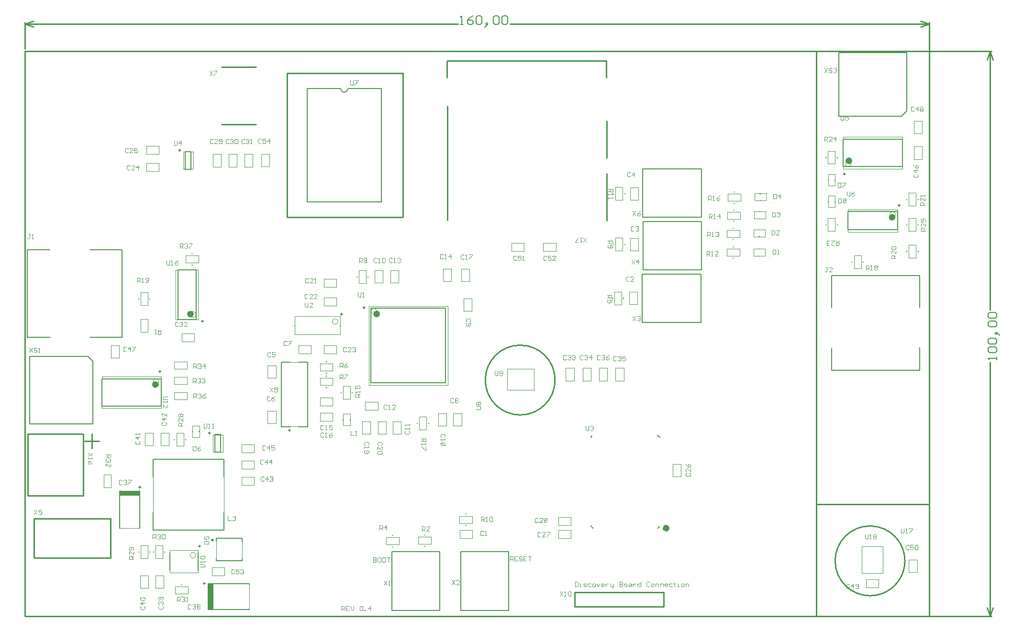
<source format=gto>
G04 Layer_Color=65535*
%FSLAX44Y44*%
%MOMM*%
G71*
G01*
G75*
%ADD39C,0.2500*%
%ADD41C,1.0000*%
%ADD47C,0.1000*%
%ADD48C,0.2540*%
%ADD49C,0.1524*%
%ADD50R,3.5000X0.8877*%
%ADD51R,0.9819X4.6000*%
%ADD70C,0.2000*%
%ADD71C,0.6000*%
D39*
X1604000Y858500D02*
G03*
X1604000Y858500I-1250J0D01*
G01*
X1718250Y688250D02*
G03*
X1718250Y688250I-1250J0D01*
G01*
X1732750Y764750D02*
G03*
X1732750Y764750I-1250J0D01*
G01*
X2001000Y1176250D02*
G03*
X2001000Y1176250I-1250J0D01*
G01*
X1709800Y754250D02*
G03*
X1709800Y754250I-1250J0D01*
G01*
X1727500Y954250D02*
G03*
X1727500Y954250I-1250J0D01*
G01*
X1639750Y1063250D02*
G03*
X1639750Y1063250I-1250J0D01*
G01*
X1869000Y959000D02*
G03*
X1869000Y959000I-1250J0D01*
G01*
X1960750Y1164500D02*
G03*
X1960750Y1164500I-1250J0D01*
G01*
X1675000Y1454750D02*
G03*
X1675000Y1454750I-1250J0D01*
G01*
X2850750Y1412750D02*
G03*
X2850750Y1412750I-1250J0D01*
G01*
X2947850Y1357250D02*
G03*
X2947850Y1357250I-1250J0D01*
G01*
X1715000Y1152150D02*
G03*
X1715000Y1152150I-1250J0D01*
G01*
D41*
X2535000Y786000D02*
G03*
X2535000Y786000I-1000J0D01*
G01*
D47*
X2837500Y1381000D02*
G03*
X2837500Y1381000I-500J0D01*
G01*
X2817500Y1385000D02*
G03*
X2817500Y1385000I-500J0D01*
G01*
X2716500Y1264000D02*
G03*
X2716500Y1264000I-500J0D01*
G01*
X2716500Y1298000D02*
G03*
X2716500Y1298000I-500J0D01*
G01*
X2717500Y1330000D02*
G03*
X2717500Y1330000I-500J0D01*
G01*
X2718500Y1362000D02*
G03*
X2718500Y1362000I-500J0D01*
G01*
X1712500Y974000D02*
G03*
X1712500Y974000I-500J0D01*
G01*
X1959500Y961000D02*
G03*
X1959500Y961000I-500J0D01*
G01*
X2917750Y706250D02*
Y753750D01*
X2880250D02*
X2917750D01*
X2880250Y706250D02*
Y753750D01*
X2892750Y706250D02*
X2917750D01*
X2880250D02*
X2883500D01*
X2253250Y1067750D02*
X2300750D01*
X2253250Y1030250D02*
Y1067750D01*
Y1030250D02*
X2300750D01*
Y1042750D02*
Y1067750D01*
Y1030250D02*
Y1033500D01*
X1960000Y640000D02*
Y647997D01*
X1963999D01*
X1965332Y646665D01*
Y643999D01*
X1963999Y642666D01*
X1960000D01*
X1962666D02*
X1965332Y640000D01*
X1973329Y647997D02*
X1967997D01*
Y640000D01*
X1973329D01*
X1967997Y643999D02*
X1970663D01*
X1975995Y647997D02*
Y642666D01*
X1978661Y640000D01*
X1981326Y642666D01*
Y647997D01*
X1991990Y646665D02*
X1993323Y647997D01*
X1995988D01*
X1997321Y646665D01*
Y641333D01*
X1995988Y640000D01*
X1993323D01*
X1991990Y641333D01*
Y646665D01*
X1999987Y640000D02*
Y641333D01*
X2001320D01*
Y640000D01*
X1999987D01*
X2010650D02*
Y647997D01*
X2006652Y643999D01*
X2011983D01*
X2373000Y690663D02*
Y682666D01*
X2376999D01*
X2378332Y683999D01*
Y689330D01*
X2376999Y690663D01*
X2373000D01*
X2380997Y682666D02*
X2383663D01*
X2382330D01*
Y687997D01*
X2380997D01*
X2387662Y682666D02*
X2391661D01*
X2392993Y683999D01*
X2391661Y685332D01*
X2388995D01*
X2387662Y686665D01*
X2388995Y687997D01*
X2392993D01*
X2400991D02*
X2396992D01*
X2395659Y686665D01*
Y683999D01*
X2396992Y682666D01*
X2400991D01*
X2404990D02*
X2407655D01*
X2408988Y683999D01*
Y686665D01*
X2407655Y687997D01*
X2404990D01*
X2403657Y686665D01*
Y683999D01*
X2404990Y682666D01*
X2411654Y687997D02*
X2414320Y682666D01*
X2416986Y687997D01*
X2423650Y682666D02*
X2420984D01*
X2419652Y683999D01*
Y686665D01*
X2420984Y687997D01*
X2423650D01*
X2424983Y686665D01*
Y685332D01*
X2419652D01*
X2427649Y687997D02*
Y682666D01*
Y685332D01*
X2428982Y686665D01*
X2430315Y687997D01*
X2431648D01*
X2435646D02*
Y683999D01*
X2436979Y682666D01*
X2440978D01*
Y681333D01*
X2439645Y680000D01*
X2438312D01*
X2440978Y682666D02*
Y687997D01*
X2451641Y690663D02*
Y682666D01*
X2455640D01*
X2456973Y683999D01*
Y685332D01*
X2455640Y686665D01*
X2451641D01*
X2455640D01*
X2456973Y687997D01*
Y689330D01*
X2455640Y690663D01*
X2451641D01*
X2460972Y682666D02*
X2463637D01*
X2464970Y683999D01*
Y686665D01*
X2463637Y687997D01*
X2460972D01*
X2459639Y686665D01*
Y683999D01*
X2460972Y682666D01*
X2468969Y687997D02*
X2471635D01*
X2472968Y686665D01*
Y682666D01*
X2468969D01*
X2467636Y683999D01*
X2468969Y685332D01*
X2472968D01*
X2475634Y687997D02*
Y682666D01*
Y685332D01*
X2476966Y686665D01*
X2478299Y687997D01*
X2479632D01*
X2488963Y690663D02*
Y682666D01*
X2484964D01*
X2483631Y683999D01*
Y686665D01*
X2484964Y687997D01*
X2488963D01*
X2504957Y689330D02*
X2503625Y690663D01*
X2500959D01*
X2499626Y689330D01*
Y683999D01*
X2500959Y682666D01*
X2503625D01*
X2504957Y683999D01*
X2508956Y682666D02*
X2511622D01*
X2512955Y683999D01*
Y686665D01*
X2511622Y687997D01*
X2508956D01*
X2507623Y686665D01*
Y683999D01*
X2508956Y682666D01*
X2515621D02*
Y687997D01*
X2519619D01*
X2520952Y686665D01*
Y682666D01*
X2523618D02*
Y687997D01*
X2527617D01*
X2528950Y686665D01*
Y682666D01*
X2535614D02*
X2532948D01*
X2531615Y683999D01*
Y686665D01*
X2532948Y687997D01*
X2535614D01*
X2536947Y686665D01*
Y685332D01*
X2531615D01*
X2544944Y687997D02*
X2540946D01*
X2539613Y686665D01*
Y683999D01*
X2540946Y682666D01*
X2544944D01*
X2548943Y689330D02*
Y687997D01*
X2547610D01*
X2550276D01*
X2548943D01*
Y683999D01*
X2550276Y682666D01*
X2554275D02*
X2556941D01*
X2555608D01*
Y687997D01*
X2554275D01*
X2562272Y682666D02*
X2564938D01*
X2566271Y683999D01*
Y686665D01*
X2564938Y687997D01*
X2562272D01*
X2560939Y686665D01*
Y683999D01*
X2562272Y682666D01*
X2568937D02*
Y687997D01*
X2572935D01*
X2574268Y686665D01*
Y682666D01*
X1415796Y818257D02*
X1421128Y810260D01*
Y818257D02*
X1415796Y810260D01*
X1429125Y818257D02*
X1423793D01*
Y814259D01*
X1426459Y815592D01*
X1427792D01*
X1429125Y814259D01*
Y811593D01*
X1427792Y810260D01*
X1425126D01*
X1423793Y811593D01*
X1640000Y1137000D02*
Y1129003D01*
X1636001D01*
X1634668Y1130335D01*
Y1133001D01*
X1636001Y1134334D01*
X1640000D01*
X1637334D02*
X1634668Y1137000D01*
X1632003D02*
X1629337D01*
X1630670D01*
Y1129003D01*
X1632003Y1130335D01*
X2839000Y1369497D02*
Y1361500D01*
X2842999D01*
X2844332Y1362833D01*
Y1368165D01*
X2842999Y1369497D01*
X2839000D01*
X2846997Y1368165D02*
X2848330Y1369497D01*
X2850996D01*
X2852329Y1368165D01*
Y1366832D01*
X2850996Y1365499D01*
X2852329Y1364166D01*
Y1362833D01*
X2850996Y1361500D01*
X2848330D01*
X2846997Y1362833D01*
Y1364166D01*
X2848330Y1365499D01*
X2846997Y1366832D01*
Y1368165D01*
X2848330Y1365499D02*
X2850996D01*
X2814182Y1470656D02*
Y1478653D01*
X2818181D01*
X2819514Y1477320D01*
Y1474654D01*
X2818181Y1473321D01*
X2814182D01*
X2816848D02*
X2819514Y1470656D01*
X2827511D02*
X2822180D01*
X2827511Y1475987D01*
Y1477320D01*
X2826178Y1478653D01*
X2823513D01*
X2822180Y1477320D01*
X2834176Y1470656D02*
Y1478653D01*
X2830177Y1474654D01*
X2835509D01*
X2839746Y1294344D02*
Y1286347D01*
X2835747D01*
X2834414Y1287680D01*
Y1290346D01*
X2835747Y1291679D01*
X2839746D01*
X2837080D02*
X2834414Y1294344D01*
X2826417D02*
X2831748D01*
X2826417Y1289013D01*
Y1287680D01*
X2827750Y1286347D01*
X2830416D01*
X2831748Y1287680D01*
X2823751D02*
X2822418Y1286347D01*
X2819752D01*
X2818419Y1287680D01*
Y1289013D01*
X2819752Y1290346D01*
X2821085D01*
X2819752D01*
X2818419Y1291679D01*
Y1293012D01*
X2819752Y1294344D01*
X2822418D01*
X2823751Y1293012D01*
X2838000Y1396997D02*
Y1389000D01*
X2841999D01*
X2843332Y1390333D01*
Y1395665D01*
X2841999Y1396997D01*
X2838000D01*
X2845997D02*
X2851329D01*
Y1395665D01*
X2845997Y1390333D01*
Y1389000D01*
X2886000Y774997D02*
Y768333D01*
X2887333Y767000D01*
X2889999D01*
X2891331Y768333D01*
Y774997D01*
X2893997Y767000D02*
X2896663D01*
X2895330D01*
Y774997D01*
X2893997Y773664D01*
X2900662D02*
X2901995Y774997D01*
X2904661D01*
X2905994Y773664D01*
Y772332D01*
X2904661Y770999D01*
X2905994Y769666D01*
Y768333D01*
X2904661Y767000D01*
X2901995D01*
X2900662Y768333D01*
Y769666D01*
X2901995Y770999D01*
X2900662Y772332D01*
Y773664D01*
X2901995Y770999D02*
X2904661D01*
X2950000Y784997D02*
Y778333D01*
X2951333Y777000D01*
X2953999D01*
X2955332Y778333D01*
Y784997D01*
X2957997Y777000D02*
X2960663D01*
X2959330D01*
Y784997D01*
X2957997Y783664D01*
X2964662Y784997D02*
X2969994D01*
Y783664D01*
X2964662Y778333D01*
Y777000D01*
X2963670Y754441D02*
X2962337Y755773D01*
X2959671D01*
X2958338Y754441D01*
Y749109D01*
X2959671Y747776D01*
X2962337D01*
X2963670Y749109D01*
X2971667Y755773D02*
X2966335D01*
Y751775D01*
X2969001Y753108D01*
X2970334D01*
X2971667Y751775D01*
Y749109D01*
X2970334Y747776D01*
X2967668D01*
X2966335Y749109D01*
X2974333Y754441D02*
X2975666Y755773D01*
X2978332D01*
X2979664Y754441D01*
Y749109D01*
X2978332Y747776D01*
X2975666D01*
X2974333Y749109D01*
Y754441D01*
X2858332Y685665D02*
X2856999Y686997D01*
X2854333D01*
X2853000Y685665D01*
Y680333D01*
X2854333Y679000D01*
X2856999D01*
X2858332Y680333D01*
X2864996Y679000D02*
Y686997D01*
X2860997Y682999D01*
X2866329D01*
X2868995Y680333D02*
X2870328Y679000D01*
X2872993D01*
X2874326Y680333D01*
Y685665D01*
X2872993Y686997D01*
X2870328D01*
X2868995Y685665D01*
Y684332D01*
X2870328Y682999D01*
X2874326D01*
X1698000Y1016000D02*
Y1023997D01*
X1701999D01*
X1703332Y1022664D01*
Y1019999D01*
X1701999Y1018666D01*
X1698000D01*
X1700666D02*
X1703332Y1016000D01*
X1705997Y1022664D02*
X1707330Y1023997D01*
X1709996D01*
X1711329Y1022664D01*
Y1021332D01*
X1709996Y1019999D01*
X1708663D01*
X1709996D01*
X1711329Y1018666D01*
Y1017333D01*
X1709996Y1016000D01*
X1707330D01*
X1705997Y1017333D01*
X1719326Y1023997D02*
X1716661Y1022664D01*
X1713995Y1019999D01*
Y1017333D01*
X1715328Y1016000D01*
X1717993D01*
X1719326Y1017333D01*
Y1018666D01*
X1717993Y1019999D01*
X1713995D01*
X1697000Y1043000D02*
Y1050997D01*
X1700999D01*
X1702332Y1049665D01*
Y1046999D01*
X1700999Y1045666D01*
X1697000D01*
X1699666D02*
X1702332Y1043000D01*
X1704997Y1049665D02*
X1706330Y1050997D01*
X1708996D01*
X1710329Y1049665D01*
Y1048332D01*
X1708996Y1046999D01*
X1707663D01*
X1708996D01*
X1710329Y1045666D01*
Y1044333D01*
X1708996Y1043000D01*
X1706330D01*
X1704997Y1044333D01*
X1712995Y1049665D02*
X1714328Y1050997D01*
X1716994D01*
X1718326Y1049665D01*
Y1048332D01*
X1716994Y1046999D01*
X1715661D01*
X1716994D01*
X1718326Y1045666D01*
Y1044333D01*
X1716994Y1043000D01*
X1714328D01*
X1712995Y1044333D01*
X1698000Y1069000D02*
Y1076997D01*
X1701999D01*
X1703332Y1075665D01*
Y1072999D01*
X1701999Y1071666D01*
X1698000D01*
X1700666D02*
X1703332Y1069000D01*
X1705997Y1075665D02*
X1707330Y1076997D01*
X1709996D01*
X1711329Y1075665D01*
Y1074332D01*
X1709996Y1072999D01*
X1708663D01*
X1709996D01*
X1711329Y1071666D01*
Y1070333D01*
X1709996Y1069000D01*
X1707330D01*
X1705997Y1070333D01*
X1717993Y1069000D02*
Y1076997D01*
X1713995Y1072999D01*
X1719326D01*
X2322332Y1266665D02*
X2320999Y1267997D01*
X2318333D01*
X2317000Y1266665D01*
Y1261333D01*
X2318333Y1260000D01*
X2320999D01*
X2322332Y1261333D01*
X2330329Y1267997D02*
X2324997D01*
Y1263999D01*
X2327663Y1265332D01*
X2328996D01*
X2330329Y1263999D01*
Y1261333D01*
X2328996Y1260000D01*
X2326330D01*
X2324997Y1261333D01*
X2338326Y1260000D02*
X2332995D01*
X2338326Y1265332D01*
Y1266665D01*
X2336994Y1267997D01*
X2334328D01*
X2332995Y1266665D01*
X2269332D02*
X2267999Y1267997D01*
X2265333D01*
X2264000Y1266665D01*
Y1261333D01*
X2265333Y1260000D01*
X2267999D01*
X2269332Y1261333D01*
X2277329Y1267997D02*
X2271997D01*
Y1263999D01*
X2274663Y1265332D01*
X2275996D01*
X2277329Y1263999D01*
Y1261333D01*
X2275996Y1260000D01*
X2273330D01*
X2271997Y1261333D01*
X2279995Y1260000D02*
X2282661D01*
X2281328D01*
Y1267997D01*
X2279995Y1266665D01*
X1543000Y916000D02*
X1550997D01*
Y912001D01*
X1549664Y910668D01*
X1546999D01*
X1545666Y912001D01*
Y916000D01*
Y913334D02*
X1543000Y910668D01*
X1549664Y908003D02*
X1550997Y906670D01*
Y904004D01*
X1549664Y902671D01*
X1548332D01*
X1546999Y904004D01*
Y905337D01*
Y904004D01*
X1545666Y902671D01*
X1544333D01*
X1543000Y904004D01*
Y906670D01*
X1544333Y908003D01*
X1543000Y894673D02*
Y900005D01*
X1548332Y894673D01*
X1549664D01*
X1550997Y896006D01*
Y898672D01*
X1549664Y900005D01*
X2211332Y779665D02*
X2209999Y780997D01*
X2207333D01*
X2206000Y779665D01*
Y774333D01*
X2207333Y773000D01*
X2209999D01*
X2211332Y774333D01*
X2213997Y773000D02*
X2216663D01*
X2215330D01*
Y780997D01*
X2213997Y779665D01*
X2468624Y1229675D02*
X2467291Y1231007D01*
X2464625D01*
X2463292Y1229675D01*
Y1224343D01*
X2464625Y1223010D01*
X2467291D01*
X2468624Y1224343D01*
X2476621Y1223010D02*
X2471289D01*
X2476621Y1228342D01*
Y1229675D01*
X2475288Y1231007D01*
X2472622D01*
X2471289Y1229675D01*
X2477332Y1318665D02*
X2475999Y1319997D01*
X2473333D01*
X2472000Y1318665D01*
Y1313333D01*
X2473333Y1312000D01*
X2475999D01*
X2477332Y1313333D01*
X2479997Y1318665D02*
X2481330Y1319997D01*
X2483996D01*
X2485329Y1318665D01*
Y1317332D01*
X2483996Y1315999D01*
X2482663D01*
X2483996D01*
X2485329Y1314666D01*
Y1313333D01*
X2483996Y1312000D01*
X2481330D01*
X2479997Y1313333D01*
X2470656Y1414586D02*
X2469323Y1415919D01*
X2466657D01*
X2465324Y1414586D01*
Y1409255D01*
X2466657Y1407922D01*
X2469323D01*
X2470656Y1409255D01*
X2477320Y1407922D02*
Y1415919D01*
X2473321Y1411921D01*
X2478653D01*
X1834332Y1095665D02*
X1832999Y1096997D01*
X1830333D01*
X1829000Y1095665D01*
Y1090333D01*
X1830333Y1089000D01*
X1832999D01*
X1834332Y1090333D01*
X1842329Y1096997D02*
X1836997D01*
Y1092999D01*
X1839663Y1094332D01*
X1840996D01*
X1842329Y1092999D01*
Y1090333D01*
X1840996Y1089000D01*
X1838330D01*
X1836997Y1090333D01*
X1833332Y1017664D02*
X1831999Y1018997D01*
X1829333D01*
X1828000Y1017664D01*
Y1012333D01*
X1829333Y1011000D01*
X1831999D01*
X1833332Y1012333D01*
X1841329Y1018997D02*
X1838663Y1017664D01*
X1835997Y1014999D01*
Y1012333D01*
X1837330Y1011000D01*
X1839996D01*
X1841329Y1012333D01*
Y1013666D01*
X1839996Y1014999D01*
X1835997D01*
X1863332Y1115665D02*
X1861999Y1116997D01*
X1859333D01*
X1858000Y1115665D01*
Y1110333D01*
X1859333Y1109000D01*
X1861999D01*
X1863332Y1110333D01*
X1865997Y1116997D02*
X1871329D01*
Y1115665D01*
X1865997Y1110333D01*
Y1109000D01*
X2157728Y1014537D02*
X2156395Y1015869D01*
X2153729D01*
X2152396Y1014537D01*
Y1009205D01*
X2153729Y1007872D01*
X2156395D01*
X2157728Y1009205D01*
X2160393Y1014537D02*
X2161726Y1015869D01*
X2164392D01*
X2165725Y1014537D01*
Y1013204D01*
X2164392Y1011871D01*
X2165725Y1010538D01*
Y1009205D01*
X2164392Y1007872D01*
X2161726D01*
X2160393Y1009205D01*
Y1010538D01*
X2161726Y1011871D01*
X2160393Y1013204D01*
Y1014537D01*
X2161726Y1011871D02*
X2164392D01*
X2186664Y1151668D02*
X2187997Y1153001D01*
Y1155667D01*
X2186664Y1157000D01*
X2181333D01*
X2180000Y1155667D01*
Y1153001D01*
X2181333Y1151668D01*
Y1149003D02*
X2180000Y1147670D01*
Y1145004D01*
X2181333Y1143671D01*
X2186664D01*
X2187997Y1145004D01*
Y1147670D01*
X2186664Y1149003D01*
X2185332D01*
X2183999Y1147670D01*
Y1143671D01*
X2022332Y1262664D02*
X2020999Y1263997D01*
X2018333D01*
X2017000Y1262664D01*
Y1257333D01*
X2018333Y1256000D01*
X2020999D01*
X2022332Y1257333D01*
X2024997Y1256000D02*
X2027663D01*
X2026330D01*
Y1263997D01*
X2024997Y1262664D01*
X2031662D02*
X2032995Y1263997D01*
X2035661D01*
X2036994Y1262664D01*
Y1257333D01*
X2035661Y1256000D01*
X2032995D01*
X2031662Y1257333D01*
Y1262664D01*
X2073336Y958332D02*
X2072003Y956999D01*
Y954333D01*
X2073336Y953000D01*
X2078667D01*
X2080000Y954333D01*
Y956999D01*
X2078667Y958332D01*
X2080000Y960997D02*
Y963663D01*
Y962330D01*
X2072003D01*
X2073336Y960997D01*
X2080000Y967662D02*
Y970328D01*
Y968995D01*
X2072003D01*
X2073336Y967662D01*
X2040332Y1002664D02*
X2038999Y1003997D01*
X2036333D01*
X2035000Y1002664D01*
Y997333D01*
X2036333Y996000D01*
X2038999D01*
X2040332Y997333D01*
X2042997Y996000D02*
X2045663D01*
X2044330D01*
Y1003997D01*
X2042997Y1002664D01*
X2054994Y996000D02*
X2049662D01*
X2054994Y1001332D01*
Y1002664D01*
X2053661Y1003997D01*
X2050995D01*
X2049662Y1002664D01*
X2049332Y1262664D02*
X2047999Y1263997D01*
X2045333D01*
X2044000Y1262664D01*
Y1257333D01*
X2045333Y1256000D01*
X2047999D01*
X2049332Y1257333D01*
X2051997Y1256000D02*
X2054663D01*
X2053330D01*
Y1263997D01*
X2051997Y1262664D01*
X2058662D02*
X2059995Y1263997D01*
X2062661D01*
X2063994Y1262664D01*
Y1261332D01*
X2062661Y1259999D01*
X2061328D01*
X2062661D01*
X2063994Y1258666D01*
Y1257333D01*
X2062661Y1256000D01*
X2059995D01*
X2058662Y1257333D01*
X2139694Y1269298D02*
X2138361Y1270631D01*
X2135695D01*
X2134362Y1269298D01*
Y1263967D01*
X2135695Y1262634D01*
X2138361D01*
X2139694Y1263967D01*
X2142359Y1262634D02*
X2145025D01*
X2143692D01*
Y1270631D01*
X2142359Y1269298D01*
X2153023Y1262634D02*
Y1270631D01*
X2149024Y1266633D01*
X2154356D01*
X1928332Y966665D02*
X1926999Y967997D01*
X1924333D01*
X1923000Y966665D01*
Y961333D01*
X1924333Y960000D01*
X1926999D01*
X1928332Y961333D01*
X1930997Y960000D02*
X1933663D01*
X1932330D01*
Y967997D01*
X1930997Y966665D01*
X1942993Y967997D02*
X1937662D01*
Y963999D01*
X1940328Y965332D01*
X1941661D01*
X1942993Y963999D01*
Y961333D01*
X1941661Y960000D01*
X1938995D01*
X1937662Y961333D01*
X1928332Y953664D02*
X1926999Y954997D01*
X1924333D01*
X1923000Y953664D01*
Y948333D01*
X1924333Y947000D01*
X1926999D01*
X1928332Y948333D01*
X1930997Y947000D02*
X1933663D01*
X1932330D01*
Y954997D01*
X1930997Y953664D01*
X1942993Y954997D02*
X1940328Y953664D01*
X1937662Y950999D01*
Y948333D01*
X1938995Y947000D01*
X1941661D01*
X1942993Y948333D01*
Y949666D01*
X1941661Y950999D01*
X1937662D01*
X2176332Y1268664D02*
X2174999Y1269997D01*
X2172333D01*
X2171000Y1268664D01*
Y1263333D01*
X2172333Y1262000D01*
X2174999D01*
X2176332Y1263333D01*
X2178997Y1262000D02*
X2181663D01*
X2180330D01*
Y1269997D01*
X2178997Y1268664D01*
X2185662Y1269997D02*
X2190994D01*
Y1268664D01*
X2185662Y1263333D01*
Y1262000D01*
X2141664Y946668D02*
X2142997Y948001D01*
Y950667D01*
X2141664Y952000D01*
X2136333D01*
X2135000Y950667D01*
Y948001D01*
X2136333Y946668D01*
X2135000Y944003D02*
Y941337D01*
Y942670D01*
X2142997D01*
X2141664Y944003D01*
Y937338D02*
X2142997Y936005D01*
Y933339D01*
X2141664Y932006D01*
X2140332D01*
X2138999Y933339D01*
X2137666Y932006D01*
X2136333D01*
X2135000Y933339D01*
Y936005D01*
X2136333Y937338D01*
X2137666D01*
X2138999Y936005D01*
X2140332Y937338D01*
X2141664D01*
X2138999Y936005D02*
Y933339D01*
X2006664Y932668D02*
X2007997Y934001D01*
Y936667D01*
X2006664Y938000D01*
X2001333D01*
X2000000Y936667D01*
Y934001D01*
X2001333Y932668D01*
X2000000Y930003D02*
Y927337D01*
Y928670D01*
X2007997D01*
X2006664Y930003D01*
X2001333Y923338D02*
X2000000Y922005D01*
Y919339D01*
X2001333Y918006D01*
X2006664D01*
X2007997Y919339D01*
Y922005D01*
X2006664Y923338D01*
X2005332D01*
X2003999Y922005D01*
Y918006D01*
X2030665Y932668D02*
X2031997Y934001D01*
Y936667D01*
X2030665Y938000D01*
X2025333D01*
X2024000Y936667D01*
Y934001D01*
X2025333Y932668D01*
X2024000Y924671D02*
Y930003D01*
X2029332Y924671D01*
X2030665D01*
X2031997Y926004D01*
Y928670D01*
X2030665Y930003D01*
Y922005D02*
X2031997Y920672D01*
Y918006D01*
X2030665Y916674D01*
X2025333D01*
X2024000Y918006D01*
Y920672D01*
X2025333Y922005D01*
X2030665D01*
X1901332Y1226665D02*
X1899999Y1227997D01*
X1897333D01*
X1896000Y1226665D01*
Y1221333D01*
X1897333Y1220000D01*
X1899999D01*
X1901332Y1221333D01*
X1909329Y1220000D02*
X1903997D01*
X1909329Y1225332D01*
Y1226665D01*
X1907996Y1227997D01*
X1905330D01*
X1903997Y1226665D01*
X1911995Y1220000D02*
X1914661D01*
X1913328D01*
Y1227997D01*
X1911995Y1226665D01*
X1900332Y1198664D02*
X1898999Y1199997D01*
X1896333D01*
X1895000Y1198664D01*
Y1193333D01*
X1896333Y1192000D01*
X1898999D01*
X1900332Y1193333D01*
X1908329Y1192000D02*
X1902997D01*
X1908329Y1197332D01*
Y1198664D01*
X1906996Y1199997D01*
X1904330D01*
X1902997Y1198664D01*
X1916326Y1192000D02*
X1910995D01*
X1916326Y1197332D01*
Y1198664D01*
X1914994Y1199997D01*
X1912328D01*
X1910995Y1198664D01*
X1968332Y1104665D02*
X1966999Y1105997D01*
X1964333D01*
X1963000Y1104665D01*
Y1099333D01*
X1964333Y1098000D01*
X1966999D01*
X1968332Y1099333D01*
X1976329Y1098000D02*
X1970997D01*
X1976329Y1103332D01*
Y1104665D01*
X1974996Y1105997D01*
X1972330D01*
X1970997Y1104665D01*
X1978995D02*
X1980328Y1105997D01*
X1982993D01*
X1984326Y1104665D01*
Y1103332D01*
X1982993Y1101999D01*
X1981661D01*
X1982993D01*
X1984326Y1100666D01*
Y1099333D01*
X1982993Y1098000D01*
X1980328D01*
X1978995Y1099333D01*
X2357332Y1090665D02*
X2355999Y1091997D01*
X2353333D01*
X2352000Y1090665D01*
Y1085333D01*
X2353333Y1084000D01*
X2355999D01*
X2357332Y1085333D01*
X2359997Y1090665D02*
X2361330Y1091997D01*
X2363996D01*
X2365329Y1090665D01*
Y1089332D01*
X2363996Y1087999D01*
X2362663D01*
X2363996D01*
X2365329Y1086666D01*
Y1085333D01*
X2363996Y1084000D01*
X2361330D01*
X2359997Y1085333D01*
X2367995Y1090665D02*
X2369328Y1091997D01*
X2371994D01*
X2373326Y1090665D01*
Y1089332D01*
X2371994Y1087999D01*
X2370661D01*
X2371994D01*
X2373326Y1086666D01*
Y1085333D01*
X2371994Y1084000D01*
X2369328D01*
X2367995Y1085333D01*
X2387332Y1090665D02*
X2385999Y1091997D01*
X2383333D01*
X2382000Y1090665D01*
Y1085333D01*
X2383333Y1084000D01*
X2385999D01*
X2387332Y1085333D01*
X2389997Y1090665D02*
X2391330Y1091997D01*
X2393996D01*
X2395329Y1090665D01*
Y1089332D01*
X2393996Y1087999D01*
X2392663D01*
X2393996D01*
X2395329Y1086666D01*
Y1085333D01*
X2393996Y1084000D01*
X2391330D01*
X2389997Y1085333D01*
X2401994Y1084000D02*
Y1091997D01*
X2397995Y1087999D01*
X2403326D01*
X2446332Y1088664D02*
X2444999Y1089997D01*
X2442333D01*
X2441000Y1088664D01*
Y1083333D01*
X2442333Y1082000D01*
X2444999D01*
X2446332Y1083333D01*
X2448997Y1088664D02*
X2450330Y1089997D01*
X2452996D01*
X2454329Y1088664D01*
Y1087332D01*
X2452996Y1085999D01*
X2451663D01*
X2452996D01*
X2454329Y1084666D01*
Y1083333D01*
X2452996Y1082000D01*
X2450330D01*
X2448997Y1083333D01*
X2462326Y1089997D02*
X2456995D01*
Y1085999D01*
X2459661Y1087332D01*
X2460994D01*
X2462326Y1085999D01*
Y1083333D01*
X2460994Y1082000D01*
X2458328D01*
X2456995Y1083333D01*
X2417332Y1090665D02*
X2415999Y1091997D01*
X2413333D01*
X2412000Y1090665D01*
Y1085333D01*
X2413333Y1084000D01*
X2415999D01*
X2417332Y1085333D01*
X2419997Y1090665D02*
X2421330Y1091997D01*
X2423996D01*
X2425329Y1090665D01*
Y1089332D01*
X2423996Y1087999D01*
X2422663D01*
X2423996D01*
X2425329Y1086666D01*
Y1085333D01*
X2423996Y1084000D01*
X2421330D01*
X2419997Y1085333D01*
X2433327Y1091997D02*
X2430661Y1090665D01*
X2427995Y1087999D01*
Y1085333D01*
X2429328Y1084000D01*
X2431994D01*
X2433327Y1085333D01*
Y1086666D01*
X2431994Y1087999D01*
X2427995D01*
X1571332Y869665D02*
X1569999Y870997D01*
X1567333D01*
X1566000Y869665D01*
Y864333D01*
X1567333Y863000D01*
X1569999D01*
X1571332Y864333D01*
X1573997Y869665D02*
X1575330Y870997D01*
X1577996D01*
X1579329Y869665D01*
Y868332D01*
X1577996Y866999D01*
X1576663D01*
X1577996D01*
X1579329Y865666D01*
Y864333D01*
X1577996Y863000D01*
X1575330D01*
X1573997Y864333D01*
X1581995Y870997D02*
X1587326D01*
Y869665D01*
X1581995Y864333D01*
Y863000D01*
X1693332Y649665D02*
X1691999Y650997D01*
X1689333D01*
X1688000Y649665D01*
Y644333D01*
X1689333Y643000D01*
X1691999D01*
X1693332Y644333D01*
X1695997Y649665D02*
X1697330Y650997D01*
X1699996D01*
X1701329Y649665D01*
Y648332D01*
X1699996Y646999D01*
X1698663D01*
X1699996D01*
X1701329Y645666D01*
Y644333D01*
X1699996Y643000D01*
X1697330D01*
X1695997Y644333D01*
X1703995Y649665D02*
X1705328Y650997D01*
X1707994D01*
X1709326Y649665D01*
Y648332D01*
X1707994Y646999D01*
X1709326Y645666D01*
Y644333D01*
X1707994Y643000D01*
X1705328D01*
X1703995Y644333D01*
Y645666D01*
X1705328Y646999D01*
X1703995Y648332D01*
Y649665D01*
X1705328Y646999D02*
X1707994D01*
X1637336Y648332D02*
X1636003Y646999D01*
Y644333D01*
X1637336Y643000D01*
X1642667D01*
X1644000Y644333D01*
Y646999D01*
X1642667Y648332D01*
X1637336Y650997D02*
X1636003Y652330D01*
Y654996D01*
X1637336Y656329D01*
X1638668D01*
X1640001Y654996D01*
Y653663D01*
Y654996D01*
X1641334Y656329D01*
X1642667D01*
X1644000Y654996D01*
Y652330D01*
X1642667Y650997D01*
Y658995D02*
X1644000Y660328D01*
Y662993D01*
X1642667Y664326D01*
X1637336D01*
X1636003Y662993D01*
Y660328D01*
X1637336Y658995D01*
X1638668D01*
X1640001Y660328D01*
Y664326D01*
X1605336Y647332D02*
X1604003Y645999D01*
Y643333D01*
X1605336Y642000D01*
X1610667D01*
X1612000Y643333D01*
Y645999D01*
X1610667Y647332D01*
X1612000Y653996D02*
X1604003D01*
X1608001Y649997D01*
Y655329D01*
X1605336Y657995D02*
X1604003Y659328D01*
Y661993D01*
X1605336Y663326D01*
X1610667D01*
X1612000Y661993D01*
Y659328D01*
X1610667Y657995D01*
X1605336D01*
X1596335Y940332D02*
X1595003Y938999D01*
Y936333D01*
X1596335Y935000D01*
X1601667D01*
X1603000Y936333D01*
Y938999D01*
X1601667Y940332D01*
X1603000Y946996D02*
X1595003D01*
X1599001Y942997D01*
Y948329D01*
X1603000Y950995D02*
Y953661D01*
Y952328D01*
X1595003D01*
X1596335Y950995D01*
X1643336Y973332D02*
X1642003Y971999D01*
Y969333D01*
X1643336Y968000D01*
X1648667D01*
X1650000Y969333D01*
Y971999D01*
X1648667Y973332D01*
X1650000Y979996D02*
X1642003D01*
X1646001Y975997D01*
Y981329D01*
X1650000Y989326D02*
Y983995D01*
X1644668Y989326D01*
X1643336D01*
X1642003Y987994D01*
Y985328D01*
X1643336Y983995D01*
X1822332Y875665D02*
X1820999Y876997D01*
X1818333D01*
X1817000Y875665D01*
Y870333D01*
X1818333Y869000D01*
X1820999D01*
X1822332Y870333D01*
X1828996Y869000D02*
Y876997D01*
X1824997Y872999D01*
X1830329D01*
X1832995Y875665D02*
X1834328Y876997D01*
X1836994D01*
X1838326Y875665D01*
Y874332D01*
X1836994Y872999D01*
X1835661D01*
X1836994D01*
X1838326Y871666D01*
Y870333D01*
X1836994Y869000D01*
X1834328D01*
X1832995Y870333D01*
X1821332Y905665D02*
X1819999Y906997D01*
X1817333D01*
X1816000Y905665D01*
Y900333D01*
X1817333Y899000D01*
X1819999D01*
X1821332Y900333D01*
X1827996Y899000D02*
Y906997D01*
X1823997Y902999D01*
X1829329D01*
X1835994Y899000D02*
Y906997D01*
X1831995Y902999D01*
X1837326D01*
X1825332Y930665D02*
X1823999Y931997D01*
X1821333D01*
X1820000Y930665D01*
Y925333D01*
X1821333Y924000D01*
X1823999D01*
X1825332Y925333D01*
X1831996Y924000D02*
Y931997D01*
X1827997Y927999D01*
X1833329D01*
X1841326Y931997D02*
X1835995D01*
Y927999D01*
X1838661Y929332D01*
X1839994D01*
X1841326Y927999D01*
Y925333D01*
X1839994Y924000D01*
X1837328D01*
X1835995Y925333D01*
X2723000Y1278997D02*
Y1271000D01*
X2726999D01*
X2728332Y1272333D01*
Y1277664D01*
X2726999Y1278997D01*
X2723000D01*
X2730997Y1271000D02*
X2733663D01*
X2732330D01*
Y1278997D01*
X2730997Y1277664D01*
X2721000Y1312997D02*
Y1305000D01*
X2724999D01*
X2726331Y1306333D01*
Y1311664D01*
X2724999Y1312997D01*
X2721000D01*
X2734329Y1305000D02*
X2728997D01*
X2734329Y1310332D01*
Y1311664D01*
X2732996Y1312997D01*
X2730330D01*
X2728997Y1311664D01*
X2722000Y1344997D02*
Y1337000D01*
X2725999D01*
X2727332Y1338333D01*
Y1343665D01*
X2725999Y1344997D01*
X2722000D01*
X2729997Y1343665D02*
X2731330Y1344997D01*
X2733996D01*
X2735329Y1343665D01*
Y1342332D01*
X2733996Y1340999D01*
X2732663D01*
X2733996D01*
X2735329Y1339666D01*
Y1338333D01*
X2733996Y1337000D01*
X2731330D01*
X2729997Y1338333D01*
X2724000Y1376997D02*
Y1369000D01*
X2727999D01*
X2729332Y1370333D01*
Y1375665D01*
X2727999Y1376997D01*
X2724000D01*
X2735996Y1369000D02*
Y1376997D01*
X2731997Y1372999D01*
X2737329D01*
X1717003Y758000D02*
X1725000D01*
Y761999D01*
X1723667Y763332D01*
X1718336D01*
X1717003Y761999D01*
Y758000D01*
Y771329D02*
Y765997D01*
X1721001D01*
X1719668Y768663D01*
Y769996D01*
X1721001Y771329D01*
X1723667D01*
X1725000Y769996D01*
Y767330D01*
X1723667Y765997D01*
X1697000Y930997D02*
Y923000D01*
X1700999D01*
X1702332Y924333D01*
Y929665D01*
X1700999Y930997D01*
X1697000D01*
X1710329D02*
X1707663Y929665D01*
X1704997Y926999D01*
Y924333D01*
X1706330Y923000D01*
X1708996D01*
X1710329Y924333D01*
Y925666D01*
X1708996Y926999D01*
X1704997D01*
X1976000Y957997D02*
Y950000D01*
X1981332D01*
X1983997D02*
X1986663D01*
X1985330D01*
Y957997D01*
X1983997Y956665D01*
X1759000Y806997D02*
Y799000D01*
X1764332D01*
X1766997Y805665D02*
X1768330Y806997D01*
X1770996D01*
X1772329Y805665D01*
Y804332D01*
X1770996Y802999D01*
X1769663D01*
X1770996D01*
X1772329Y801666D01*
Y800333D01*
X1770996Y799000D01*
X1768330D01*
X1766997Y800333D01*
X2102000Y781000D02*
Y788997D01*
X2105999D01*
X2107332Y787664D01*
Y784999D01*
X2105999Y783666D01*
X2102000D01*
X2104666D02*
X2107332Y781000D01*
X2115329D02*
X2109997D01*
X2115329Y786332D01*
Y787664D01*
X2113996Y788997D01*
X2111330D01*
X2109997Y787664D01*
X2430000Y1198000D02*
X2437997D01*
Y1194001D01*
X2436664Y1192668D01*
X2433999D01*
X2432666Y1194001D01*
Y1198000D01*
Y1195334D02*
X2430000Y1192668D01*
X2437997Y1184671D02*
Y1190003D01*
X2433999D01*
X2435332Y1187337D01*
Y1186004D01*
X2433999Y1184671D01*
X2431333D01*
X2430000Y1186004D01*
Y1188670D01*
X2431333Y1190003D01*
X1957000Y1070000D02*
Y1077997D01*
X1960999D01*
X1962332Y1076665D01*
Y1073999D01*
X1960999Y1072666D01*
X1957000D01*
X1959666D02*
X1962332Y1070000D01*
X1970329Y1077997D02*
X1967663Y1076665D01*
X1964997Y1073999D01*
Y1071333D01*
X1966330Y1070000D01*
X1968996D01*
X1970329Y1071333D01*
Y1072666D01*
X1968996Y1073999D01*
X1964997D01*
X1957000Y1050000D02*
Y1057997D01*
X1960999D01*
X1962332Y1056665D01*
Y1053999D01*
X1960999Y1052666D01*
X1957000D01*
X1959666D02*
X1962332Y1050000D01*
X1964997Y1057997D02*
X1970329D01*
Y1056665D01*
X1964997Y1051333D01*
Y1050000D01*
X1991000Y1256000D02*
Y1263997D01*
X1994999D01*
X1996332Y1262664D01*
Y1259999D01*
X1994999Y1258666D01*
X1991000D01*
X1993666D02*
X1996332Y1256000D01*
X1998997Y1262664D02*
X2000330Y1263997D01*
X2002996D01*
X2004329Y1262664D01*
Y1261332D01*
X2002996Y1259999D01*
X2004329Y1258666D01*
Y1257333D01*
X2002996Y1256000D01*
X2000330D01*
X1998997Y1257333D01*
Y1258666D01*
X2000330Y1259999D01*
X1998997Y1261332D01*
Y1262664D01*
X2000330Y1259999D02*
X2002996D01*
X2431000Y1295000D02*
X2438997D01*
Y1291001D01*
X2437664Y1289669D01*
X2434999D01*
X2433666Y1291001D01*
Y1295000D01*
Y1292334D02*
X2431000Y1289669D01*
X2432333Y1287003D02*
X2431000Y1285670D01*
Y1283004D01*
X2432333Y1281671D01*
X2437664D01*
X2438997Y1283004D01*
Y1285670D01*
X2437664Y1287003D01*
X2436332D01*
X2434999Y1285670D01*
Y1281671D01*
X2207000Y798000D02*
Y805997D01*
X2210999D01*
X2212332Y804665D01*
Y801999D01*
X2210999Y800666D01*
X2207000D01*
X2209666D02*
X2212332Y798000D01*
X2214997D02*
X2217663D01*
X2216330D01*
Y805997D01*
X2214997Y804665D01*
X2221662D02*
X2222995Y805997D01*
X2225661D01*
X2226994Y804665D01*
Y799333D01*
X2225661Y798000D01*
X2222995D01*
X2221662Y799333D01*
Y804665D01*
X2432000Y1386000D02*
X2439997D01*
Y1382001D01*
X2438665Y1380668D01*
X2435999D01*
X2434666Y1382001D01*
Y1386000D01*
Y1383334D02*
X2432000Y1380668D01*
Y1378002D02*
Y1375337D01*
Y1376670D01*
X2439997D01*
X2438665Y1378002D01*
X2432000Y1371338D02*
Y1368672D01*
Y1370005D01*
X2439997D01*
X2438665Y1371338D01*
X2606000Y1268000D02*
Y1275997D01*
X2609999D01*
X2611331Y1274665D01*
Y1271999D01*
X2609999Y1270666D01*
X2606000D01*
X2608666D02*
X2611331Y1268000D01*
X2613997D02*
X2616663D01*
X2615330D01*
Y1275997D01*
X2613997Y1274665D01*
X2625994Y1268000D02*
X2620662D01*
X2625994Y1273332D01*
Y1274665D01*
X2624661Y1275997D01*
X2621995D01*
X2620662Y1274665D01*
X2607000Y1302000D02*
Y1309997D01*
X2610999D01*
X2612332Y1308665D01*
Y1305999D01*
X2610999Y1304666D01*
X2607000D01*
X2609666D02*
X2612332Y1302000D01*
X2614997D02*
X2617663D01*
X2616330D01*
Y1309997D01*
X2614997Y1308665D01*
X2621662D02*
X2622995Y1309997D01*
X2625661D01*
X2626993Y1308665D01*
Y1307332D01*
X2625661Y1305999D01*
X2624328D01*
X2625661D01*
X2626993Y1304666D01*
Y1303333D01*
X2625661Y1302000D01*
X2622995D01*
X2621662Y1303333D01*
X2610000Y1334000D02*
Y1341997D01*
X2613999D01*
X2615332Y1340665D01*
Y1337999D01*
X2613999Y1336666D01*
X2610000D01*
X2612666D02*
X2615332Y1334000D01*
X2617997D02*
X2620663D01*
X2619330D01*
Y1341997D01*
X2617997Y1340665D01*
X2628661Y1334000D02*
Y1341997D01*
X2624662Y1337999D01*
X2629994D01*
X1992000Y1018000D02*
X1984003D01*
Y1021999D01*
X1985336Y1023332D01*
X1988001D01*
X1989334Y1021999D01*
Y1018000D01*
Y1020666D02*
X1992000Y1023332D01*
Y1025997D02*
Y1028663D01*
Y1027330D01*
X1984003D01*
X1985336Y1025997D01*
X1984003Y1037994D02*
Y1032662D01*
X1988001D01*
X1986668Y1035328D01*
Y1036661D01*
X1988001Y1037994D01*
X1990667D01*
X1992000Y1036661D01*
Y1033995D01*
X1990667Y1032662D01*
X2609000Y1366000D02*
Y1373997D01*
X2612999D01*
X2614332Y1372664D01*
Y1369999D01*
X2612999Y1368666D01*
X2609000D01*
X2611666D02*
X2614332Y1366000D01*
X2616997D02*
X2619663D01*
X2618330D01*
Y1373997D01*
X2616997Y1372664D01*
X2628994Y1373997D02*
X2626328Y1372664D01*
X2623662Y1369999D01*
Y1367333D01*
X2624995Y1366000D01*
X2627661D01*
X2628994Y1367333D01*
Y1368666D01*
X2627661Y1369999D01*
X2623662D01*
X2101000Y944000D02*
X2108997D01*
Y940001D01*
X2107664Y938668D01*
X2104999D01*
X2103666Y940001D01*
Y944000D01*
Y941334D02*
X2101000Y938668D01*
Y936003D02*
Y933337D01*
Y934670D01*
X2108997D01*
X2107664Y936003D01*
X2108997Y929338D02*
Y924006D01*
X2107664D01*
X2102333Y929338D01*
X2101000D01*
X1679000Y967000D02*
X1671003D01*
Y970999D01*
X1672336Y972332D01*
X1675001D01*
X1676334Y970999D01*
Y967000D01*
Y969666D02*
X1679000Y972332D01*
Y980329D02*
Y974997D01*
X1673668Y980329D01*
X1672336D01*
X1671003Y978996D01*
Y976330D01*
X1672336Y974997D01*
Y982995D02*
X1671003Y984328D01*
Y986994D01*
X1672336Y988326D01*
X1673668D01*
X1675001Y986994D01*
X1676334Y988326D01*
X1677667D01*
X1679000Y986994D01*
Y984328D01*
X1677667Y982995D01*
X1676334D01*
X1675001Y984328D01*
X1673668Y982995D01*
X1672336D01*
X1675001Y984328D02*
Y986994D01*
X1592000Y731000D02*
X1584003D01*
Y734999D01*
X1585336Y736332D01*
X1588001D01*
X1589334Y734999D01*
Y731000D01*
Y733666D02*
X1592000Y736332D01*
Y744329D02*
Y738997D01*
X1586668Y744329D01*
X1585336D01*
X1584003Y742996D01*
Y740330D01*
X1585336Y738997D01*
X1590667Y746995D02*
X1592000Y748328D01*
Y750993D01*
X1590667Y752326D01*
X1585336D01*
X1584003Y750993D01*
Y748328D01*
X1585336Y746995D01*
X1586668D01*
X1588001Y748328D01*
Y752326D01*
X1626000Y767000D02*
Y774997D01*
X1629999D01*
X1631332Y773664D01*
Y770999D01*
X1629999Y769666D01*
X1626000D01*
X1628666D02*
X1631332Y767000D01*
X1633997Y773664D02*
X1635330Y774997D01*
X1637996D01*
X1639329Y773664D01*
Y772332D01*
X1637996Y770999D01*
X1636663D01*
X1637996D01*
X1639329Y769666D01*
Y768333D01*
X1637996Y767000D01*
X1635330D01*
X1633997Y768333D01*
X1641995Y773664D02*
X1643328Y774997D01*
X1645994D01*
X1647326Y773664D01*
Y768333D01*
X1645994Y767000D01*
X1643328D01*
X1641995Y768333D01*
Y773664D01*
X1669000Y656000D02*
Y663997D01*
X1672999D01*
X1674332Y662664D01*
Y659999D01*
X1672999Y658666D01*
X1669000D01*
X1671666D02*
X1674332Y656000D01*
X1676997Y662664D02*
X1678330Y663997D01*
X1680996D01*
X1682329Y662664D01*
Y661332D01*
X1680996Y659999D01*
X1679663D01*
X1680996D01*
X1682329Y658666D01*
Y657333D01*
X1680996Y656000D01*
X1678330D01*
X1676997Y657333D01*
X1684995Y656000D02*
X1687661D01*
X1686328D01*
Y663997D01*
X1684995Y662664D01*
X1989000Y1202997D02*
Y1196333D01*
X1990333Y1195000D01*
X1992999D01*
X1994332Y1196333D01*
Y1202997D01*
X1996997Y1195000D02*
X1999663D01*
X1998330D01*
Y1202997D01*
X1996997Y1201665D01*
X2391918Y966593D02*
Y959929D01*
X2393251Y958596D01*
X2395917D01*
X2397250Y959929D01*
Y966593D01*
X2399915Y965260D02*
X2401248Y966593D01*
X2403914D01*
X2405247Y965260D01*
Y963928D01*
X2403914Y962595D01*
X2402581D01*
X2403914D01*
X2405247Y961262D01*
Y959929D01*
X2403914Y958596D01*
X2401248D01*
X2399915Y959929D01*
X2198003Y996000D02*
X2204667D01*
X2206000Y997333D01*
Y999999D01*
X2204667Y1001332D01*
X2198003D01*
X2199335Y1003997D02*
X2198003Y1005330D01*
Y1007996D01*
X2199335Y1009329D01*
X2200668D01*
X2202001Y1007996D01*
X2203334Y1009329D01*
X2204667D01*
X2206000Y1007996D01*
Y1005330D01*
X2204667Y1003997D01*
X2203334D01*
X2202001Y1005330D01*
X2200668Y1003997D01*
X2199335D01*
X2202001Y1005330D02*
Y1007996D01*
X2231000Y1063997D02*
Y1057333D01*
X2232333Y1056000D01*
X2234999D01*
X2236332Y1057333D01*
Y1063997D01*
X2238997Y1057333D02*
X2240330Y1056000D01*
X2242996D01*
X2244329Y1057333D01*
Y1062664D01*
X2242996Y1063997D01*
X2240330D01*
X2238997Y1062664D01*
Y1061332D01*
X2240330Y1059999D01*
X2244329D01*
X1710003Y717000D02*
X1716667D01*
X1718000Y718333D01*
Y720999D01*
X1716667Y722332D01*
X1710003D01*
X1718000Y724997D02*
Y727663D01*
Y726330D01*
X1710003D01*
X1711335Y724997D01*
Y731662D02*
X1710003Y732995D01*
Y735661D01*
X1711335Y736993D01*
X1716667D01*
X1718000Y735661D01*
Y732995D01*
X1716667Y731662D01*
X1711335D01*
X1716024Y971165D02*
Y964501D01*
X1717357Y963168D01*
X1720023D01*
X1721356Y964501D01*
Y971165D01*
X1724021Y963168D02*
X1726687D01*
X1725354D01*
Y971165D01*
X1724021Y969833D01*
X1730686Y963168D02*
X1733352D01*
X1732019D01*
Y971165D01*
X1730686Y969833D01*
X1651997Y1019000D02*
X1645333D01*
X1644000Y1017667D01*
Y1015001D01*
X1645333Y1013668D01*
X1651997D01*
X1644000Y1011003D02*
Y1008337D01*
Y1009670D01*
X1651997D01*
X1650665Y1011003D01*
X1644000Y999006D02*
Y1004338D01*
X1649332Y999006D01*
X1650665D01*
X1651997Y1000339D01*
Y1003005D01*
X1650665Y1004338D01*
X2035000Y692997D02*
X2040332Y685000D01*
Y692997D02*
X2035000Y685000D01*
X2042997D02*
X2045663D01*
X2044330D01*
Y692997D01*
X2042997Y691665D01*
X2155000Y693997D02*
X2160332Y686000D01*
Y693997D02*
X2155000Y686000D01*
X2168329D02*
X2162997D01*
X2168329Y691332D01*
Y692664D01*
X2166996Y693997D01*
X2164330D01*
X2162997Y692664D01*
X2475000Y1160997D02*
X2480332Y1153000D01*
Y1160997D02*
X2475000Y1153000D01*
X2482997Y1159665D02*
X2484330Y1160997D01*
X2486996D01*
X2488329Y1159665D01*
Y1158332D01*
X2486996Y1156999D01*
X2485663D01*
X2486996D01*
X2488329Y1155666D01*
Y1154333D01*
X2486996Y1153000D01*
X2484330D01*
X2482997Y1154333D01*
X2473000Y1260997D02*
X2478332Y1253000D01*
Y1260997D02*
X2473000Y1253000D01*
X2484996D02*
Y1260997D01*
X2480997Y1256999D01*
X2486329D01*
X2475000Y1346997D02*
X2480332Y1339000D01*
Y1346997D02*
X2475000Y1339000D01*
X2488329Y1346997D02*
X2485663Y1345665D01*
X2482997Y1342999D01*
Y1340333D01*
X2484330Y1339000D01*
X2486996D01*
X2488329Y1340333D01*
Y1341666D01*
X2486996Y1342999D01*
X2482997D01*
X1833000Y1034997D02*
X1838332Y1027000D01*
Y1034997D02*
X1833000Y1027000D01*
X1840997Y1028333D02*
X1842330Y1027000D01*
X1844996D01*
X1846329Y1028333D01*
Y1033664D01*
X1844996Y1034997D01*
X1842330D01*
X1840997Y1033664D01*
Y1032332D01*
X1842330Y1030999D01*
X1846329D01*
X2346000Y673997D02*
X2351332Y666000D01*
Y673997D02*
X2346000Y666000D01*
X2353997D02*
X2356663D01*
X2355330D01*
Y673997D01*
X2353997Y672664D01*
X2360662D02*
X2361995Y673997D01*
X2364661D01*
X2365993Y672664D01*
Y667333D01*
X2364661Y666000D01*
X2361995D01*
X2360662Y667333D01*
Y672664D01*
X1518997Y919000D02*
X1511000Y913668D01*
X1518997D02*
X1511000Y919000D01*
Y911003D02*
Y908337D01*
Y909670D01*
X1518997D01*
X1517664Y911003D01*
X1518997Y899006D02*
X1517664Y901672D01*
X1514999Y904338D01*
X1512333D01*
X1511000Y903005D01*
Y900339D01*
X1512333Y899006D01*
X1513666D01*
X1514999Y900339D01*
Y904338D01*
X2393000Y1292003D02*
X2387668Y1300000D01*
Y1292003D02*
X2393000Y1300000D01*
X2385003D02*
X2382337D01*
X2383670D01*
Y1292003D01*
X2385003Y1293336D01*
X2378338Y1292003D02*
X2373006D01*
Y1293336D01*
X2378338Y1298667D01*
Y1300000D01*
X1407414Y1105023D02*
X1412746Y1097026D01*
Y1105023D02*
X1407414Y1097026D01*
X1420743Y1103690D02*
X1419410Y1105023D01*
X1416744D01*
X1415411Y1103690D01*
Y1102358D01*
X1416744Y1101025D01*
X1419410D01*
X1420743Y1099692D01*
Y1098359D01*
X1419410Y1097026D01*
X1416744D01*
X1415411Y1098359D01*
X1423409Y1097026D02*
X1426075D01*
X1424742D01*
Y1105023D01*
X1423409Y1103690D01*
X1895000Y1184997D02*
Y1178333D01*
X1896333Y1177000D01*
X1898999D01*
X1900332Y1178333D01*
Y1184997D01*
X1908329Y1177000D02*
X1902997D01*
X1908329Y1182332D01*
Y1183664D01*
X1906996Y1184997D01*
X1904330D01*
X1902997Y1183664D01*
X1770332Y711665D02*
X1768999Y712997D01*
X1766333D01*
X1765000Y711665D01*
Y706333D01*
X1766333Y705000D01*
X1768999D01*
X1770332Y706333D01*
X1778329Y712997D02*
X1772997D01*
Y708999D01*
X1775663Y710332D01*
X1776996D01*
X1778329Y708999D01*
Y706333D01*
X1776996Y705000D01*
X1774330D01*
X1772997Y706333D01*
X1780995Y711665D02*
X1782328Y712997D01*
X1784993D01*
X1786326Y711665D01*
Y710332D01*
X1784993Y708999D01*
X1783661D01*
X1784993D01*
X1786326Y707666D01*
Y706333D01*
X1784993Y705000D01*
X1782328D01*
X1780995Y706333D01*
X2027174Y782828D02*
Y790825D01*
X2031173D01*
X2032506Y789492D01*
Y786827D01*
X2031173Y785494D01*
X2027174D01*
X2029840D02*
X2032506Y782828D01*
X2039170D02*
Y790825D01*
X2035171Y786827D01*
X2040503D01*
X1579332Y1105665D02*
X1577999Y1106997D01*
X1575333D01*
X1574000Y1105665D01*
Y1100333D01*
X1575333Y1099000D01*
X1577999D01*
X1579332Y1100333D01*
X1585996Y1099000D02*
Y1106997D01*
X1581997Y1102999D01*
X1587329D01*
X1589995Y1106997D02*
X1595327D01*
Y1105665D01*
X1589995Y1100333D01*
Y1099000D01*
X2307332Y802664D02*
X2305999Y803997D01*
X2303333D01*
X2302000Y802664D01*
Y797333D01*
X2303333Y796000D01*
X2305999D01*
X2307332Y797333D01*
X2315329Y796000D02*
X2309997D01*
X2315329Y801332D01*
Y802664D01*
X2313996Y803997D01*
X2311330D01*
X2309997Y802664D01*
X2317995D02*
X2319328Y803997D01*
X2321994D01*
X2323326Y802664D01*
Y801332D01*
X2321994Y799999D01*
X2323326Y798666D01*
Y797333D01*
X2321994Y796000D01*
X2319328D01*
X2317995Y797333D01*
Y798666D01*
X2319328Y799999D01*
X2317995Y801332D01*
Y802664D01*
X2319328Y799999D02*
X2321994D01*
X2312332Y777664D02*
X2310999Y778997D01*
X2308333D01*
X2307000Y777664D01*
Y772333D01*
X2308333Y771000D01*
X2310999D01*
X2312332Y772333D01*
X2320329Y771000D02*
X2314997D01*
X2320329Y776332D01*
Y777664D01*
X2318996Y778997D01*
X2316330D01*
X2314997Y777664D01*
X2322995Y778997D02*
X2328327D01*
Y777664D01*
X2322995Y772333D01*
Y771000D01*
X2570335Y883332D02*
X2569003Y881999D01*
Y879333D01*
X2570335Y878000D01*
X2575667D01*
X2577000Y879333D01*
Y881999D01*
X2575667Y883332D01*
X2577000Y891329D02*
Y885997D01*
X2571668Y891329D01*
X2570335D01*
X2569003Y889996D01*
Y887330D01*
X2570335Y885997D01*
X2569003Y899326D02*
X2570335Y896661D01*
X2573001Y893995D01*
X2575667D01*
X2577000Y895328D01*
Y897994D01*
X2575667Y899326D01*
X2574334D01*
X2573001Y897994D01*
Y893995D01*
X1673860Y1281430D02*
Y1289427D01*
X1677859D01*
X1679192Y1288094D01*
Y1285429D01*
X1677859Y1284096D01*
X1673860D01*
X1676526D02*
X1679192Y1281430D01*
X1681857Y1288094D02*
X1683190Y1289427D01*
X1685856D01*
X1687189Y1288094D01*
Y1286762D01*
X1685856Y1285429D01*
X1684523D01*
X1685856D01*
X1687189Y1284096D01*
Y1282763D01*
X1685856Y1281430D01*
X1683190D01*
X1681857Y1282763D01*
X1689855Y1289427D02*
X1695186D01*
Y1288094D01*
X1689855Y1282763D01*
Y1281430D01*
X1650238Y1259455D02*
Y1252791D01*
X1651571Y1251458D01*
X1654237D01*
X1655570Y1252791D01*
Y1259455D01*
X1658235Y1251458D02*
X1660901D01*
X1659568D01*
Y1259455D01*
X1658235Y1258122D01*
X1670232Y1259455D02*
X1667566Y1258122D01*
X1664900Y1255457D01*
Y1252791D01*
X1666233Y1251458D01*
X1668899D01*
X1670232Y1252791D01*
Y1254124D01*
X1668899Y1255457D01*
X1664900D01*
X1585582Y1426664D02*
X1584249Y1427997D01*
X1581583D01*
X1580250Y1426664D01*
Y1421333D01*
X1581583Y1420000D01*
X1584249D01*
X1585582Y1421333D01*
X1593579Y1420000D02*
X1588247D01*
X1593579Y1425332D01*
Y1426664D01*
X1592246Y1427997D01*
X1589580D01*
X1588247Y1426664D01*
X1600244Y1420000D02*
Y1427997D01*
X1596245Y1423999D01*
X1601577D01*
X1582332Y1456915D02*
X1580999Y1458247D01*
X1578333D01*
X1577000Y1456915D01*
Y1451583D01*
X1578333Y1450250D01*
X1580999D01*
X1582332Y1451583D01*
X1590329Y1450250D02*
X1584997D01*
X1590329Y1455582D01*
Y1456915D01*
X1588996Y1458247D01*
X1586330D01*
X1584997Y1456915D01*
X1598326Y1458247D02*
X1592995D01*
Y1454249D01*
X1595661Y1455582D01*
X1596994D01*
X1598326Y1454249D01*
Y1451583D01*
X1596994Y1450250D01*
X1594328D01*
X1592995Y1451583D01*
X1732252Y1473026D02*
X1730919Y1474359D01*
X1728253D01*
X1726920Y1473026D01*
Y1467695D01*
X1728253Y1466362D01*
X1730919D01*
X1732252Y1467695D01*
X1740249Y1466362D02*
X1734917D01*
X1740249Y1471694D01*
Y1473026D01*
X1738916Y1474359D01*
X1736250D01*
X1734917Y1473026D01*
X1742915Y1467695D02*
X1744248Y1466362D01*
X1746914D01*
X1748246Y1467695D01*
Y1473026D01*
X1746914Y1474359D01*
X1744248D01*
X1742915Y1473026D01*
Y1471694D01*
X1744248Y1470361D01*
X1748246D01*
X1760192Y1473026D02*
X1758859Y1474359D01*
X1756193D01*
X1754860Y1473026D01*
Y1467695D01*
X1756193Y1466362D01*
X1758859D01*
X1760192Y1467695D01*
X1762857Y1473026D02*
X1764190Y1474359D01*
X1766856D01*
X1768189Y1473026D01*
Y1471694D01*
X1766856Y1470361D01*
X1765523D01*
X1766856D01*
X1768189Y1469028D01*
Y1467695D01*
X1766856Y1466362D01*
X1764190D01*
X1762857Y1467695D01*
X1770855Y1473026D02*
X1772188Y1474359D01*
X1774854D01*
X1776187Y1473026D01*
Y1467695D01*
X1774854Y1466362D01*
X1772188D01*
X1770855Y1467695D01*
Y1473026D01*
X1788132D02*
X1786799Y1474359D01*
X1784133D01*
X1782800Y1473026D01*
Y1467695D01*
X1784133Y1466362D01*
X1786799D01*
X1788132Y1467695D01*
X1790797Y1473026D02*
X1792130Y1474359D01*
X1794796D01*
X1796129Y1473026D01*
Y1471694D01*
X1794796Y1470361D01*
X1793463D01*
X1794796D01*
X1796129Y1469028D01*
Y1467695D01*
X1794796Y1466362D01*
X1792130D01*
X1790797Y1467695D01*
X1798795Y1466362D02*
X1801461D01*
X1800128D01*
Y1474359D01*
X1798795Y1473026D01*
X1670478Y1149426D02*
X1669145Y1150759D01*
X1666479D01*
X1665146Y1149426D01*
Y1144095D01*
X1666479Y1142762D01*
X1669145D01*
X1670478Y1144095D01*
X1673143Y1149426D02*
X1674476Y1150759D01*
X1677142D01*
X1678475Y1149426D01*
Y1148094D01*
X1677142Y1146761D01*
X1675809D01*
X1677142D01*
X1678475Y1145428D01*
Y1144095D01*
X1677142Y1142762D01*
X1674476D01*
X1673143Y1144095D01*
X1686472Y1142762D02*
X1681141D01*
X1686472Y1148094D01*
Y1149426D01*
X1685140Y1150759D01*
X1682474D01*
X1681141Y1149426D01*
X2973336Y1412332D02*
X2972003Y1410999D01*
Y1408333D01*
X2973336Y1407000D01*
X2978667D01*
X2980000Y1408333D01*
Y1410999D01*
X2978667Y1412332D01*
X2980000Y1418996D02*
X2972003D01*
X2976001Y1414997D01*
Y1420329D01*
X2972003Y1428326D02*
X2973336Y1425661D01*
X2976001Y1422995D01*
X2978667D01*
X2980000Y1424328D01*
Y1426994D01*
X2978667Y1428326D01*
X2977334D01*
X2976001Y1426994D01*
Y1422995D01*
X2972560Y1530410D02*
X2971227Y1531743D01*
X2968561D01*
X2967228Y1530410D01*
Y1525079D01*
X2968561Y1523746D01*
X2971227D01*
X2972560Y1525079D01*
X2979224Y1523746D02*
Y1531743D01*
X2975226Y1527745D01*
X2980557D01*
X2983223Y1530410D02*
X2984556Y1531743D01*
X2987222D01*
X2988554Y1530410D01*
Y1529078D01*
X2987222Y1527745D01*
X2988554Y1526412D01*
Y1525079D01*
X2987222Y1523746D01*
X2984556D01*
X2983223Y1525079D01*
Y1526412D01*
X2984556Y1527745D01*
X2983223Y1529078D01*
Y1530410D01*
X2984556Y1527745D02*
X2987222D01*
X1409444Y1306191D02*
X1406778D01*
X1408111D01*
Y1299527D01*
X1406778Y1298194D01*
X1405445D01*
X1404112Y1299527D01*
X1412109Y1298194D02*
X1414775D01*
X1413442D01*
Y1306191D01*
X1412109Y1304859D01*
X2820160Y1247517D02*
X2817494D01*
X2818827D01*
Y1240853D01*
X2817494Y1239520D01*
X2816161D01*
X2814828Y1240853D01*
X2828157Y1239520D02*
X2822825D01*
X2828157Y1244852D01*
Y1246184D01*
X2826824Y1247517D01*
X2824158D01*
X2822825Y1246184D01*
X2888000Y1243000D02*
Y1250997D01*
X2891999D01*
X2893332Y1249665D01*
Y1246999D01*
X2891999Y1245666D01*
X2888000D01*
X2890666D02*
X2893332Y1243000D01*
X2895997D02*
X2898663D01*
X2897330D01*
Y1250997D01*
X2895997Y1249665D01*
X2902662D02*
X2903995Y1250997D01*
X2906661D01*
X2907993Y1249665D01*
Y1248332D01*
X2906661Y1246999D01*
X2907993Y1245666D01*
Y1244333D01*
X2906661Y1243000D01*
X2903995D01*
X2902662Y1244333D01*
Y1245666D01*
X2903995Y1246999D01*
X2902662Y1248332D01*
Y1249665D01*
X2903995Y1246999D02*
X2906661D01*
X1598390Y1220612D02*
Y1228609D01*
X1602389D01*
X1603722Y1227277D01*
Y1224611D01*
X1602389Y1223278D01*
X1598390D01*
X1601056D02*
X1603722Y1220612D01*
X1606387D02*
X1609053D01*
X1607720D01*
Y1228609D01*
X1606387Y1227277D01*
X1613052Y1221945D02*
X1614385Y1220612D01*
X1617051D01*
X1618384Y1221945D01*
Y1227277D01*
X1617051Y1228609D01*
X1614385D01*
X1613052Y1227277D01*
Y1225944D01*
X1614385Y1224611D01*
X1618384D01*
X2940706Y1263412D02*
X2932708D01*
Y1267410D01*
X2934041Y1268743D01*
X2936707D01*
X2938040Y1267410D01*
Y1263412D01*
Y1266077D02*
X2940706Y1268743D01*
Y1276741D02*
Y1271409D01*
X2935374Y1276741D01*
X2934041D01*
X2932708Y1275408D01*
Y1272742D01*
X2934041Y1271409D01*
Y1279406D02*
X2932708Y1280739D01*
Y1283405D01*
X2934041Y1284738D01*
X2939373D01*
X2940706Y1283405D01*
Y1280739D01*
X2939373Y1279406D01*
X2934041D01*
X2992000Y1357000D02*
X2984003D01*
Y1360999D01*
X2985335Y1362332D01*
X2988001D01*
X2989334Y1360999D01*
Y1357000D01*
Y1359666D02*
X2992000Y1362332D01*
Y1370329D02*
Y1364997D01*
X2986668Y1370329D01*
X2985335D01*
X2984003Y1368996D01*
Y1366330D01*
X2985335Y1364997D01*
X2992000Y1372995D02*
Y1375661D01*
Y1374328D01*
X2984003D01*
X2985335Y1372995D01*
X1663420Y1471565D02*
Y1464901D01*
X1664753Y1463568D01*
X1667419D01*
X1668752Y1464901D01*
Y1471565D01*
X1675416Y1463568D02*
Y1471565D01*
X1671417Y1467567D01*
X1676749D01*
X2843022Y1515995D02*
Y1509331D01*
X2844355Y1507998D01*
X2847021D01*
X2848354Y1509331D01*
Y1515995D01*
X2856351D02*
X2851019D01*
Y1511997D01*
X2853685Y1513330D01*
X2855018D01*
X2856351Y1511997D01*
Y1509331D01*
X2855018Y1507998D01*
X2852352D01*
X2851019Y1509331D01*
X2854198Y1381375D02*
Y1374711D01*
X2855531Y1373378D01*
X2858197D01*
X2859530Y1374711D01*
Y1381375D01*
X2867527D02*
X2864861Y1380043D01*
X2862195Y1377377D01*
Y1374711D01*
X2863528Y1373378D01*
X2866194D01*
X2867527Y1374711D01*
Y1376044D01*
X2866194Y1377377D01*
X2862195D01*
X1975250Y1577997D02*
Y1571333D01*
X1976583Y1570000D01*
X1979249D01*
X1980582Y1571333D01*
Y1577997D01*
X1983247D02*
X1988579D01*
Y1576664D01*
X1983247Y1571333D01*
Y1570000D01*
X1726000Y1594997D02*
X1731332Y1587000D01*
Y1594997D02*
X1726000Y1587000D01*
X1733997Y1594997D02*
X1739329D01*
Y1593665D01*
X1733997Y1588333D01*
Y1587000D01*
X2814000Y1599997D02*
X2819332Y1592000D01*
Y1599997D02*
X2814000Y1592000D01*
X2827329Y1598665D02*
X2825996Y1599997D01*
X2823330D01*
X2821997Y1598665D01*
Y1597332D01*
X2823330Y1595999D01*
X2825996D01*
X2827329Y1594666D01*
Y1593333D01*
X2825996Y1592000D01*
X2823330D01*
X2821997Y1593333D01*
X2829995Y1598665D02*
X2831328Y1599997D01*
X2833994D01*
X2835327Y1598665D01*
Y1597332D01*
X2833994Y1595999D01*
X2832661D01*
X2833994D01*
X2835327Y1594666D01*
Y1593333D01*
X2833994Y1592000D01*
X2831328D01*
X2829995Y1593333D01*
X2993000Y1312000D02*
X2985003D01*
Y1315999D01*
X2986335Y1317332D01*
X2989001D01*
X2990334Y1315999D01*
Y1312000D01*
Y1314666D02*
X2993000Y1317332D01*
Y1325329D02*
Y1319997D01*
X2987668Y1325329D01*
X2986335D01*
X2985003Y1323996D01*
Y1321330D01*
X2986335Y1319997D01*
X2985003Y1333326D02*
Y1327995D01*
X2989001D01*
X2987668Y1330661D01*
Y1331994D01*
X2989001Y1333326D01*
X2991667D01*
X2993000Y1331994D01*
Y1329328D01*
X2991667Y1327995D01*
X1817642Y1473611D02*
X1816309Y1474943D01*
X1813643D01*
X1812310Y1473611D01*
Y1468279D01*
X1813643Y1466946D01*
X1816309D01*
X1817642Y1468279D01*
X1825639Y1474943D02*
X1820307D01*
Y1470945D01*
X1822973Y1472278D01*
X1824306D01*
X1825639Y1470945D01*
Y1468279D01*
X1824306Y1466946D01*
X1821640D01*
X1820307Y1468279D01*
X1832303Y1466946D02*
Y1474943D01*
X1828305Y1470945D01*
X1833636D01*
X2258000Y728000D02*
Y735997D01*
X2261999D01*
X2263332Y734665D01*
Y731999D01*
X2261999Y730666D01*
X2258000D01*
X2260666D02*
X2263332Y728000D01*
X2271329Y735997D02*
X2265997D01*
Y728000D01*
X2271329D01*
X2265997Y731999D02*
X2268663D01*
X2279326Y734665D02*
X2277994Y735997D01*
X2275328D01*
X2273995Y734665D01*
Y733332D01*
X2275328Y731999D01*
X2277994D01*
X2279326Y730666D01*
Y729333D01*
X2277994Y728000D01*
X2275328D01*
X2273995Y729333D01*
X2287324Y735997D02*
X2281992D01*
Y728000D01*
X2287324D01*
X2281992Y731999D02*
X2284658D01*
X2289990Y735997D02*
X2295321D01*
X2292655D01*
Y728000D01*
X2016000Y733997D02*
Y726000D01*
X2019999D01*
X2021332Y727333D01*
Y728666D01*
X2019999Y729999D01*
X2016000D01*
X2019999D01*
X2021332Y731332D01*
Y732664D01*
X2019999Y733997D01*
X2016000D01*
X2027996D02*
X2025330D01*
X2023997Y732664D01*
Y727333D01*
X2025330Y726000D01*
X2027996D01*
X2029329Y727333D01*
Y732664D01*
X2027996Y733997D01*
X2035994D02*
X2033328D01*
X2031995Y732664D01*
Y727333D01*
X2033328Y726000D01*
X2035994D01*
X2037327Y727333D01*
Y732664D01*
X2035994Y733997D01*
X2039992D02*
X2045324D01*
X2042658D01*
Y726000D01*
X2022000Y1170000D02*
G03*
X2022000Y1170000I-5000J0D01*
G01*
X1702000Y738000D02*
G03*
X1702000Y738000I-5000J0D01*
G01*
X1636500Y1045000D02*
G03*
X1636500Y1045000I-5000J0D01*
G01*
X1953500Y1151500D02*
G03*
X1953500Y1151500I-5000J0D01*
G01*
X2861500Y1431000D02*
G03*
X2861500Y1431000I-5000J0D01*
G01*
X2940000Y1341000D02*
G03*
X2940000Y1341000I-5000J0D01*
G01*
X1702500Y1163750D02*
G03*
X1702500Y1163750I-5000J0D01*
G01*
X1604650Y1132600D02*
Y1155400D01*
X1617350Y1132600D02*
Y1155400D01*
X1604650Y1132600D02*
X1617350D01*
X1604650Y1155400D02*
X1617350D01*
X2820750Y1354000D02*
Y1374000D01*
X2833250Y1354000D02*
Y1374000D01*
X2820750Y1354000D02*
X2833250D01*
X2820750Y1374000D02*
X2833250D01*
X2833350Y1430600D02*
Y1453400D01*
X2820650Y1430600D02*
Y1453400D01*
X2833350D01*
X2820650Y1430600D02*
X2833350D01*
X2820650Y1311600D02*
Y1334400D01*
X2833350Y1311600D02*
Y1334400D01*
X2820650Y1311600D02*
X2833350D01*
X2820650Y1334400D02*
X2833350D01*
X2833250Y1392000D02*
Y1412000D01*
X2820750Y1392000D02*
Y1412000D01*
X2833250D01*
X2820750Y1392000D02*
X2833250D01*
X2880200Y753600D02*
X2917800D01*
X2880200Y706400D02*
X2917800D01*
X2880200D02*
Y753600D01*
X2917800Y706400D02*
Y753600D01*
X2963750Y707950D02*
X2978250D01*
X2963750Y730050D02*
X2978250D01*
X2963750Y707950D02*
Y730050D01*
X2978250Y707950D02*
Y730050D01*
X2887950Y680750D02*
Y695250D01*
X2910050Y680750D02*
Y695250D01*
X2887950D02*
X2910050D01*
X2887950Y680750D02*
X2910050D01*
X1663600Y1013650D02*
X1686400D01*
X1663600Y1026350D02*
X1686400D01*
Y1013650D02*
Y1026350D01*
X1663600Y1013650D02*
Y1026350D01*
Y1040650D02*
X1686400D01*
X1663600Y1053350D02*
X1686400D01*
Y1040650D02*
Y1053350D01*
X1663600Y1040650D02*
Y1053350D01*
Y1067650D02*
X1686400D01*
X1663600Y1080350D02*
X1686400D01*
Y1067650D02*
Y1080350D01*
X1663600Y1067650D02*
Y1080350D01*
X2316950Y1275750D02*
Y1290250D01*
X2339050Y1275750D02*
Y1290250D01*
X2316950D02*
X2339050D01*
X2316950Y1275750D02*
X2339050D01*
X2283050D02*
Y1290250D01*
X2260950Y1275750D02*
Y1290250D01*
Y1275750D02*
X2283050D01*
X2260950Y1290250D02*
X2283050D01*
X1539650Y880400D02*
X1552350D01*
X1539650Y857600D02*
X1552350D01*
Y880400D01*
X1539650Y857600D02*
Y880400D01*
X2168950Y782250D02*
X2191050D01*
X2168950Y767750D02*
X2191050D01*
X2168950D02*
Y782250D01*
X2191050Y767750D02*
Y782250D01*
X2468750Y1181950D02*
Y1204050D01*
X2483250Y1181950D02*
Y1204050D01*
X2468750Y1181950D02*
X2483250D01*
X2468750Y1204050D02*
X2483250D01*
X2470750Y1276950D02*
Y1299050D01*
X2485250Y1276950D02*
Y1299050D01*
X2470750Y1276950D02*
X2485250D01*
X2470750Y1299050D02*
X2485250D01*
X2470750Y1366950D02*
Y1389050D01*
X2485250Y1366950D02*
Y1389050D01*
X2470750Y1366950D02*
X2485250D01*
X2470750Y1389050D02*
X2485250D01*
X1829250Y1051450D02*
Y1073550D01*
X1843750Y1051450D02*
Y1073550D01*
X1829250Y1051450D02*
X1843750D01*
X1829250Y1073550D02*
X1843750D01*
Y971450D02*
Y993550D01*
X1829250Y971450D02*
Y993550D01*
X1843750D01*
X1829250Y971450D02*
X1843750D01*
X1883950Y1109250D02*
X1906050D01*
X1883950Y1094750D02*
X1906050D01*
X1883950D02*
Y1109250D01*
X1906050Y1094750D02*
Y1109250D01*
X2157750Y966950D02*
Y989050D01*
X2172250Y966950D02*
Y989050D01*
X2157750Y966950D02*
X2172250D01*
X2157750Y989050D02*
X2172250D01*
X2190250Y1169950D02*
Y1192050D01*
X2175750Y1169950D02*
Y1192050D01*
X2190250D01*
X2175750Y1169950D02*
X2190250D01*
X2033250Y1219950D02*
Y1242050D01*
X2018750Y1219950D02*
Y1242050D01*
X2033250D01*
X2018750Y1219950D02*
X2033250D01*
X2050750Y952950D02*
Y975050D01*
X2065250Y952950D02*
Y975050D01*
X2050750Y952950D02*
X2065250D01*
X2050750Y975050D02*
X2065250D01*
X2001950Y994750D02*
X2024050D01*
X2001950Y1009250D02*
X2024050D01*
Y994750D02*
Y1009250D01*
X2001950Y994750D02*
Y1009250D01*
X2061250Y1219950D02*
Y1242050D01*
X2046750Y1219950D02*
Y1242050D01*
X2061250D01*
X2046750Y1219950D02*
X2061250D01*
X2154250Y1222950D02*
Y1245050D01*
X2139750Y1222950D02*
Y1245050D01*
X2154250D01*
X2139750Y1222950D02*
X2154250D01*
X1921950Y990250D02*
X1944050D01*
X1921950Y975750D02*
X1944050D01*
X1921950D02*
Y990250D01*
X1944050Y975750D02*
Y990250D01*
X1921950Y1017250D02*
X1944050D01*
X1921950Y1002750D02*
X1944050D01*
X1921950D02*
Y1017250D01*
X1944050Y1002750D02*
Y1017250D01*
X2186250Y1222950D02*
Y1245050D01*
X2171750Y1222950D02*
Y1245050D01*
X2186250D01*
X2171750Y1222950D02*
X2186250D01*
X2130750Y966950D02*
Y989050D01*
X2145250Y966950D02*
Y989050D01*
X2130750Y966950D02*
X2145250D01*
X2130750Y989050D02*
X2145250D01*
X2011250Y952950D02*
Y975050D01*
X1996750Y952950D02*
Y975050D01*
X2011250D01*
X1996750Y952950D02*
X2011250D01*
X2039250Y952950D02*
Y975050D01*
X2024750Y952950D02*
Y975050D01*
X2039250D01*
X2024750Y952950D02*
X2039250D01*
X1928950Y1227250D02*
X1951050D01*
X1928950Y1212750D02*
X1951050D01*
X1928950D02*
Y1227250D01*
X1951050Y1212750D02*
Y1227250D01*
X1928950Y1194250D02*
X1951050D01*
X1928950Y1179750D02*
X1951050D01*
X1928950D02*
Y1194250D01*
X1951050Y1179750D02*
Y1194250D01*
X1928950Y1109250D02*
X1951050D01*
X1928950Y1094750D02*
X1951050D01*
X1928950D02*
Y1109250D01*
X1951050Y1094750D02*
Y1109250D01*
X2356750Y1046950D02*
Y1069050D01*
X2371250Y1046950D02*
Y1069050D01*
X2356750Y1046950D02*
X2371250D01*
X2356750Y1069050D02*
X2371250D01*
X2386750Y1046950D02*
Y1069050D01*
X2401250Y1046950D02*
Y1069050D01*
X2386750Y1046950D02*
X2401250D01*
X2386750Y1069050D02*
X2401250D01*
X2444750Y1046950D02*
Y1069050D01*
X2459250Y1046950D02*
Y1069050D01*
X2444750Y1046950D02*
X2459250D01*
X2444750Y1069050D02*
X2459250D01*
X2415750Y1046950D02*
Y1069050D01*
X2430250Y1046950D02*
Y1069050D01*
X2415750Y1046950D02*
X2430250D01*
X2415750Y1069050D02*
X2430250D01*
X1567500Y852000D02*
X1602500D01*
X1567500Y786000D02*
X1602500D01*
Y852000D01*
X1567500Y786000D02*
Y852000D01*
X1723500Y642000D02*
X1796500D01*
X1723500Y688000D02*
X1796500D01*
Y642000D02*
Y688000D01*
X1723500Y642000D02*
Y688000D01*
X1630750Y679950D02*
Y702050D01*
X1645250Y679950D02*
Y702050D01*
X1630750Y679950D02*
X1645250D01*
X1630750Y702050D02*
X1645250D01*
X1603750Y679950D02*
Y702050D01*
X1618250Y679950D02*
Y702050D01*
X1603750Y679950D02*
X1618250D01*
X1603750Y702050D02*
X1618250D01*
X1626250Y931950D02*
Y954050D01*
X1611750Y931950D02*
Y954050D01*
X1626250D01*
X1611750Y931950D02*
X1626250D01*
X1654250D02*
Y954050D01*
X1639750Y931950D02*
Y954050D01*
X1654250D01*
X1639750Y931950D02*
X1654250D01*
X1782950Y861750D02*
X1805050D01*
X1782950Y876250D02*
X1805050D01*
Y861750D02*
Y876250D01*
X1782950Y861750D02*
Y876250D01*
Y890750D02*
X1805050D01*
X1782950Y905250D02*
X1805050D01*
Y890750D02*
Y905250D01*
X1782950Y890750D02*
Y905250D01*
Y919750D02*
X1805050D01*
X1782950Y934250D02*
X1805050D01*
Y919750D02*
Y934250D01*
X1782950Y919750D02*
Y934250D01*
X2689000Y1280250D02*
X2709000D01*
X2689000Y1267750D02*
X2709000D01*
X2689000D02*
Y1280250D01*
X2709000Y1267750D02*
Y1280250D01*
X2709000Y1301750D02*
Y1314250D01*
X2689000Y1301750D02*
Y1314250D01*
Y1301750D02*
X2709000D01*
X2689000Y1314250D02*
X2709000D01*
X2690000Y1346250D02*
X2710000D01*
X2690000Y1333750D02*
X2710000D01*
X2690000D02*
Y1346250D01*
X2710000Y1333750D02*
Y1346250D01*
X2711000Y1365750D02*
Y1378250D01*
X2691000Y1365750D02*
Y1378250D01*
Y1365750D02*
X2711000D01*
X2691000Y1378250D02*
X2711000D01*
X1738000Y728250D02*
X1784000D01*
X1738000Y767750D02*
X1784000D01*
Y728250D02*
Y767750D01*
X1738000Y728250D02*
Y767750D01*
X1695750Y947000D02*
Y967000D01*
X1708250Y947000D02*
Y967000D01*
X1695750Y947000D02*
X1708250D01*
X1695750Y967000D02*
X1708250D01*
X1962750Y968000D02*
X1975250D01*
X1962750Y988000D02*
X1975250D01*
X1962750Y968000D02*
Y988000D01*
X1975250Y968000D02*
Y988000D01*
X1626500Y907500D02*
X1751500D01*
X1626500Y782500D02*
X1751500D01*
X1626500D02*
Y907500D01*
X1751500Y782500D02*
Y907500D01*
X2095600Y757650D02*
Y770350D01*
X2118400Y757650D02*
Y770350D01*
X2095600D02*
X2118400D01*
X2095600Y757650D02*
X2118400D01*
X2455350Y1181600D02*
Y1204400D01*
X2442650Y1181600D02*
Y1204400D01*
X2455350D01*
X2442650Y1181600D02*
X2455350D01*
X1944400Y1064150D02*
Y1076850D01*
X1921600Y1064150D02*
Y1076850D01*
Y1064150D02*
X1944400D01*
X1921600Y1076850D02*
X1944400D01*
X1921600Y1051350D02*
X1944400D01*
X1921600Y1038650D02*
X1944400D01*
X1921600D02*
Y1051350D01*
X1944400Y1038650D02*
Y1051350D01*
X1990650Y1242400D02*
X2003350D01*
X1990650Y1219600D02*
X2003350D01*
Y1242400D01*
X1990650Y1219600D02*
Y1242400D01*
X2457350Y1276600D02*
Y1299400D01*
X2444650Y1276600D02*
Y1299400D01*
X2457350D01*
X2444650Y1276600D02*
X2457350D01*
X2168600Y794650D02*
Y807350D01*
X2191400Y794650D02*
Y807350D01*
X2168600D02*
X2191400D01*
X2168600Y794650D02*
X2191400D01*
X2457350Y1366600D02*
Y1389400D01*
X2444650Y1366600D02*
Y1389400D01*
X2457350D01*
X2444650Y1366600D02*
X2457350D01*
X2641600Y1267650D02*
Y1280350D01*
X2664400Y1267650D02*
Y1280350D01*
X2641600D02*
X2664400D01*
X2641600Y1267650D02*
X2664400D01*
X2641600Y1300650D02*
X2664400D01*
X2641600Y1313350D02*
X2664400D01*
Y1300650D02*
Y1313350D01*
X2641600Y1300650D02*
Y1313350D01*
X2642600Y1332650D02*
Y1345350D01*
X2665400Y1332650D02*
Y1345350D01*
X2642600D02*
X2665400D01*
X2642600Y1332650D02*
X2665400D01*
X1975350Y1014600D02*
Y1037400D01*
X1962650Y1014600D02*
Y1037400D01*
X1975350D01*
X1962650Y1014600D02*
X1975350D01*
X2643600Y1364650D02*
Y1377350D01*
X2666400Y1364650D02*
Y1377350D01*
X2643600D02*
X2666400D01*
X2643600Y1364650D02*
X2666400D01*
X2110350Y960600D02*
Y983400D01*
X2097650Y960600D02*
Y983400D01*
X2110350D01*
X2097650Y960600D02*
X2110350D01*
X1667650Y954400D02*
X1680350D01*
X1667650Y931600D02*
X1680350D01*
Y954400D01*
X1667650Y931600D02*
Y954400D01*
X1617350Y732600D02*
Y755400D01*
X1604650Y732600D02*
Y755400D01*
X1617350D01*
X1604650Y732600D02*
X1617350D01*
X1630650Y755400D02*
X1643350D01*
X1630650Y732600D02*
X1643350D01*
Y755400D01*
X1630650Y732600D02*
Y755400D01*
X1665600Y669650D02*
X1688400D01*
X1665600Y682350D02*
X1688400D01*
Y669650D02*
Y682350D01*
X1665600Y669650D02*
Y682350D01*
X2008000Y1039000D02*
X2148000D01*
X2008000Y1179000D02*
X2148000D01*
Y1039000D02*
Y1179000D01*
X2008000Y1039000D02*
Y1179000D01*
X2253400Y1030200D02*
Y1067800D01*
X2300600Y1030200D02*
Y1067800D01*
X2253400Y1030200D02*
X2300600D01*
X2253400Y1067800D02*
X2300600D01*
X1656000Y747000D02*
X1706000D01*
X1656000Y707000D02*
X1706000D01*
Y747000D01*
X1656000Y707000D02*
Y747000D01*
X1732250Y920750D02*
X1749750D01*
X1732250Y951250D02*
X1749750D01*
Y920750D02*
Y951250D01*
X1732250Y920750D02*
Y951250D01*
X1535500Y1054000D02*
X1640500D01*
X1535500Y998000D02*
X1640500D01*
Y1054000D01*
X1535500Y998000D02*
Y1054000D01*
X1900000Y965750D02*
Y1079250D01*
X1853000Y965750D02*
Y1079250D01*
X1900000D01*
X1853000Y965750D02*
X1900000D01*
X1877500Y1160500D02*
X1957500D01*
X1877500Y1128500D02*
X1957500D01*
Y1160500D01*
X1877500Y1128500D02*
Y1160500D01*
X1730950Y701750D02*
X1753050D01*
X1730950Y716250D02*
X1753050D01*
Y701750D02*
Y716250D01*
X1730950Y701750D02*
Y716250D01*
X2038600Y756650D02*
Y769350D01*
X2061400Y756650D02*
Y769350D01*
X2038600D02*
X2061400D01*
X2038600Y756650D02*
X2061400D01*
X1566250Y1086950D02*
Y1109050D01*
X1551750Y1086950D02*
Y1109050D01*
X1566250D01*
X1551750Y1086950D02*
X1566250D01*
X2343950Y805250D02*
X2366050D01*
X2343950Y790750D02*
X2366050D01*
X2343950D02*
Y805250D01*
X2366050Y790750D02*
Y805250D01*
X2343950Y782250D02*
X2366050D01*
X2343950Y767750D02*
X2366050D01*
X2343950D02*
Y782250D01*
X2366050Y767750D02*
Y782250D01*
X2545750Y876950D02*
Y899050D01*
X2560250Y876950D02*
Y899050D01*
X2545750Y876950D02*
X2560250D01*
X2545750Y899050D02*
X2560250D01*
X1706900Y1255400D02*
Y1268100D01*
X1684100Y1255400D02*
Y1268100D01*
Y1255400D02*
X1706900D01*
X1684100Y1268100D02*
X1706900D01*
X1614950Y1432250D02*
X1637050D01*
X1614950Y1417750D02*
X1637050D01*
X1614950D02*
Y1432250D01*
X1637050Y1417750D02*
Y1432250D01*
X1614700Y1462250D02*
X1636800D01*
X1614700Y1447750D02*
X1636800D01*
X1614700D02*
Y1462250D01*
X1636800Y1447750D02*
Y1462250D01*
X1732250Y1425450D02*
Y1447550D01*
X1746750Y1425450D02*
Y1447550D01*
X1732250Y1425450D02*
X1746750D01*
X1732250Y1447550D02*
X1746750D01*
X1760250Y1425450D02*
Y1447550D01*
X1774750Y1425450D02*
Y1447550D01*
X1760250Y1425450D02*
X1774750D01*
X1760250Y1447550D02*
X1774750D01*
X1788250Y1425450D02*
Y1447550D01*
X1802750Y1425450D02*
Y1447550D01*
X1788250Y1425450D02*
X1802750D01*
X1788250Y1447550D02*
X1802750D01*
X1676950Y1115750D02*
X1699050D01*
X1676950Y1130250D02*
X1699050D01*
Y1115750D02*
Y1130250D01*
X1676950Y1115750D02*
Y1130250D01*
X2987250Y1438950D02*
Y1461050D01*
X2972750Y1438950D02*
Y1461050D01*
X2987250D01*
X2972750Y1438950D02*
X2987250D01*
Y1483950D02*
Y1506050D01*
X2972750Y1483950D02*
Y1506050D01*
X2987250D01*
X2972750Y1483950D02*
X2987250D01*
X2866650Y1245600D02*
X2879350D01*
X2866650Y1268400D02*
X2879350D01*
X2866650Y1245600D02*
Y1268400D01*
X2879350Y1245600D02*
Y1268400D01*
X1604650Y1180600D02*
X1617350D01*
X1604650Y1203400D02*
X1617350D01*
X1604650Y1180600D02*
Y1203400D01*
X1617350Y1180600D02*
Y1203400D01*
X2963650Y1287400D02*
X2976350D01*
X2963650Y1264600D02*
X2976350D01*
Y1287400D01*
X2963650Y1264600D02*
Y1287400D01*
Y1379400D02*
X2976350D01*
X2963650Y1356600D02*
X2976350D01*
Y1379400D01*
X2963650Y1356600D02*
Y1379400D01*
X1679750Y1421250D02*
X1697250D01*
X1679750Y1451750D02*
X1697250D01*
Y1421250D02*
Y1451750D01*
X1679750Y1421250D02*
Y1451750D01*
X2847500Y1422000D02*
X2952500D01*
X2847500Y1478000D02*
X2952500D01*
X2847500Y1422000D02*
Y1478000D01*
X2952500Y1422000D02*
Y1478000D01*
X2963650Y1311600D02*
X2976350D01*
X2963650Y1334400D02*
X2976350D01*
X2963650Y1311600D02*
Y1334400D01*
X2976350Y1311600D02*
Y1334400D01*
X1817750Y1425950D02*
Y1448050D01*
X1832250Y1425950D02*
Y1448050D01*
X1817750Y1425950D02*
X1832250D01*
X1817750Y1448050D02*
X1832250D01*
X2856000Y1310000D02*
Y1350000D01*
X2944000Y1310000D02*
Y1350000D01*
X2856000Y1310000D02*
X2944000D01*
X2856000Y1350000D02*
X2944000D01*
X1706500Y1154750D02*
Y1242750D01*
X1666500Y1154750D02*
Y1242750D01*
Y1154750D02*
X1706500D01*
X1666500Y1242750D02*
X1706500D01*
D48*
X2956774Y728000D02*
G03*
X2956774Y728000I-61774J0D01*
G01*
X2337774Y1048000D02*
G03*
X2337774Y1048000I-61774J0D01*
G01*
X1416000Y733000D02*
X1551000D01*
Y803000D01*
X1416000Y733000D02*
Y803000D01*
Y803000D02*
X1551000Y803000D01*
X1747250Y1500450D02*
X1808950D01*
X1747250Y1602050D02*
X1808950D01*
X1863750Y1336000D02*
X2068250D01*
Y1337000D02*
Y1591000D01*
X1863250Y1337000D02*
Y1591000D01*
X1863750D02*
X2068250D01*
X2372000Y647300D02*
Y672700D01*
Y647300D02*
X2529500D01*
Y672700D01*
X2372000D02*
X2529500D01*
X1505200Y940000D02*
X1530600D01*
X1517900Y927300D02*
Y952700D01*
X1405000Y843800D02*
Y953000D01*
Y843800D02*
X1503000D01*
Y953000D01*
X1405000D02*
X1503000D01*
X2429000Y1441000D02*
Y1506000D01*
Y1330000D02*
Y1413000D01*
X2428000Y1583000D02*
Y1613000D01*
X2146000Y1612000D02*
X2147000Y1613000D01*
X2146000Y1583000D02*
Y1612000D01*
X2147000Y1331000D02*
Y1533000D01*
Y1613000D02*
X2428000D01*
X2800000Y640000D02*
Y1600000D01*
Y828000D02*
X2999000D01*
X3000000Y632540D02*
Y1680540D01*
X1400000Y1633810D02*
Y1680540D01*
X2258107Y1678000D02*
X3000000D01*
X1400000D02*
X2166186D01*
X2984760Y1683080D02*
X3000000Y1678000D01*
X2984760Y1672920D02*
X3000000Y1678000D01*
X1400000D02*
X1415240Y1672920D01*
X1400000Y1678000D02*
X1415240Y1683080D01*
X2803810Y1630000D02*
X3109790D01*
X2803810Y630000D02*
X3109790D01*
X3107250Y1171896D02*
Y1630000D01*
Y630000D02*
Y1079976D01*
X3102170Y1614760D02*
X3107250Y1630000D01*
X3112330Y1614760D01*
X3107250Y630000D02*
X3112330Y645240D01*
X3102170D02*
X3107250Y630000D01*
X2800000D02*
X3000000D01*
Y1630000D01*
X2800000D02*
X3000000D01*
X1400000Y630000D02*
Y1630000D01*
Y630000D02*
X2800000D01*
Y1630000D01*
X1400000D02*
X2800000D01*
D49*
X2170250Y1677750D02*
X2175328D01*
X2172789D01*
Y1692985D01*
X2170250Y1690446D01*
X2193103Y1692985D02*
X2188024Y1690446D01*
X2182946Y1685367D01*
Y1680289D01*
X2185485Y1677750D01*
X2190563D01*
X2193103Y1680289D01*
Y1682828D01*
X2190563Y1685367D01*
X2182946D01*
X2198181Y1690446D02*
X2200720Y1692985D01*
X2205798D01*
X2208338Y1690446D01*
Y1680289D01*
X2205798Y1677750D01*
X2200720D01*
X2198181Y1680289D01*
Y1690446D01*
X2215955Y1675211D02*
X2218494Y1677750D01*
Y1680289D01*
X2215955D01*
Y1677750D01*
X2218494D01*
X2215955Y1675211D01*
X2213416Y1672672D01*
X2228651Y1690446D02*
X2231190Y1692985D01*
X2236269D01*
X2238808Y1690446D01*
Y1680289D01*
X2236269Y1677750D01*
X2231190D01*
X2228651Y1680289D01*
Y1690446D01*
X2243886D02*
X2246425Y1692985D01*
X2251504D01*
X2254043Y1690446D01*
Y1680289D01*
X2251504Y1677750D01*
X2246425D01*
X2243886Y1680289D01*
Y1690446D01*
X3118931Y1084040D02*
Y1089118D01*
Y1086579D01*
X3103696D01*
X3106235Y1084040D01*
Y1096735D02*
X3103696Y1099275D01*
Y1104353D01*
X3106235Y1106892D01*
X3116392D01*
X3118931Y1104353D01*
Y1099275D01*
X3116392Y1096735D01*
X3106235D01*
Y1111971D02*
X3103696Y1114510D01*
Y1119588D01*
X3106235Y1122127D01*
X3116392D01*
X3118931Y1119588D01*
Y1114510D01*
X3116392Y1111971D01*
X3106235D01*
X3121470Y1129745D02*
X3118931Y1132284D01*
X3116392D01*
Y1129745D01*
X3118931D01*
Y1132284D01*
X3121470Y1129745D01*
X3124009Y1127206D01*
X3106235Y1142441D02*
X3103696Y1144980D01*
Y1150058D01*
X3106235Y1152597D01*
X3116392D01*
X3118931Y1150058D01*
Y1144980D01*
X3116392Y1142441D01*
X3106235D01*
Y1157676D02*
X3103696Y1160215D01*
Y1165293D01*
X3106235Y1167832D01*
X3116392D01*
X3118931Y1165293D01*
Y1160215D01*
X3116392Y1157676D01*
X3106235D01*
D50*
X1585000Y847561D02*
D03*
D51*
X1728409Y665000D02*
D03*
D70*
X1958450Y1563500D02*
G03*
X1970950Y1563500I6250J0D01*
G01*
X1899100D02*
X1958450D01*
X1970950D02*
X2030300D01*
Y1363500D02*
Y1563500D01*
X1899100Y1363500D02*
X2030300D01*
X1899100D02*
Y1563500D01*
X2821000Y1363500D02*
Y1364500D01*
X2833000Y1363500D02*
Y1364500D01*
X2837000Y1441500D02*
Y1442500D01*
X2817000Y1441500D02*
Y1442500D01*
Y1322500D02*
Y1323500D01*
X2837000Y1322500D02*
Y1323500D01*
X2833000Y1401500D02*
Y1402500D01*
X2821000Y1401500D02*
Y1402500D01*
X1602500Y786000D02*
Y852000D01*
X1567500Y786000D02*
Y852000D01*
X1601250D02*
X1602500D01*
X1601250Y786000D02*
X1602500D01*
X1567500Y852000D02*
X1568750D01*
X1567500Y786000D02*
X1568750D01*
X1796500Y642000D02*
Y643250D01*
X1723500Y642000D02*
Y643250D01*
X1796500Y686750D02*
Y688000D01*
X1723500Y686750D02*
Y688000D01*
Y642000D02*
X1796500D01*
X1723500Y688000D02*
X1796500D01*
X2698500Y1280000D02*
X2699500D01*
X2698500Y1268000D02*
X2699500D01*
X2698500Y1302000D02*
X2699500D01*
X2698500Y1314000D02*
X2699500D01*
Y1346000D02*
X2700500D01*
X2699500Y1334000D02*
X2700500D01*
Y1366000D02*
X2701500D01*
X2700500Y1378000D02*
X2701500D01*
X1784000Y728000D02*
Y732750D01*
X1738000Y728000D02*
Y732750D01*
X1784000Y763250D02*
Y768000D01*
X1738000Y763250D02*
Y768000D01*
Y728000D02*
X1784000D01*
X1738000Y768000D02*
X1784000D01*
X1696000Y956500D02*
Y957500D01*
X1708000Y956500D02*
Y957500D01*
X1963000Y977500D02*
Y978500D01*
X1975000Y977500D02*
Y978500D01*
X1626500Y876500D02*
Y907500D01*
X1751500Y876500D02*
Y907500D01*
X1626500Y782500D02*
Y813500D01*
X1751500Y782500D02*
Y813500D01*
X1626500Y907500D02*
X1751500D01*
X1626500Y782500D02*
X1751500D01*
X2106500Y774000D02*
X2107500D01*
X2106500Y754000D02*
X2107500D01*
X2459000Y1192500D02*
Y1193500D01*
X2439000Y1192500D02*
Y1193500D01*
X1932500Y1060500D02*
X1933500D01*
X1932500Y1080500D02*
X1933500D01*
X1932500Y1055000D02*
X1933500D01*
X1932500Y1035000D02*
X1933500D01*
X2007000Y1230500D02*
Y1231500D01*
X1987000Y1230500D02*
Y1231500D01*
X2461000Y1287500D02*
Y1288500D01*
X2441000Y1287500D02*
Y1288500D01*
X2179500Y811000D02*
X2180500D01*
X2179500Y791000D02*
X2180500D01*
X2461000Y1377500D02*
Y1378500D01*
X2441000Y1377500D02*
Y1378500D01*
X2652500Y1284000D02*
X2653500D01*
X2652500Y1264000D02*
X2653500D01*
X2652500Y1297000D02*
X2653500D01*
X2652500Y1317000D02*
X2653500D01*
Y1349000D02*
X2654500D01*
X2653500Y1329000D02*
X2654500D01*
X1979000Y1025500D02*
Y1026500D01*
X1959000Y1025500D02*
Y1026500D01*
X2654500Y1381000D02*
X2655500D01*
X2654500Y1361000D02*
X2655500D01*
X2114000Y971500D02*
Y972500D01*
X2094000Y971500D02*
Y972500D01*
X1684000Y942500D02*
Y943500D01*
X1664000Y942500D02*
Y943500D01*
X1621000Y743500D02*
Y744500D01*
X1601000Y743500D02*
Y744500D01*
X1647000Y743500D02*
Y744500D01*
X1627000Y743500D02*
Y744500D01*
X1676500Y666000D02*
X1677500D01*
X1676500Y686000D02*
X1677500D01*
X2012000Y1043000D02*
X2144000D01*
X2012000Y1175000D02*
X2144000D01*
Y1043000D02*
Y1175000D01*
X2012000Y1043000D02*
Y1175000D01*
X2520000Y786000D02*
X2523000Y789000D01*
X2401000Y790000D02*
X2405000Y786000D01*
X2401000Y947000D02*
X2403000Y949000D01*
X2518000D02*
X2521000D01*
X2523000Y947000D01*
X1706000Y711000D02*
Y743000D01*
X1656000Y711000D02*
Y743000D01*
X1746000Y920500D02*
Y951500D01*
X1736000Y920500D02*
Y951500D01*
Y920500D02*
X1746000D01*
X1736000Y951500D02*
X1746000D01*
X1535500Y1050000D02*
X1640500D01*
X1535500Y1002000D02*
X1640500D01*
Y1050000D01*
X1535500Y1002000D02*
Y1050000D01*
X2125060Y640000D02*
X2133780D01*
Y744000D01*
X2048690D02*
X2133780D01*
X2048690Y640000D02*
Y744000D01*
Y640000D02*
X2125060D01*
X2170690D02*
X2247060D01*
X2170690D02*
Y744000D01*
X2255780D01*
Y640000D02*
Y744000D01*
X2247060Y640000D02*
X2255780D01*
X2492170Y1150040D02*
Y1158760D01*
Y1150040D02*
X2596170D01*
Y1235130D01*
X2492170D02*
X2596170D01*
X2492170Y1158760D02*
Y1235130D01*
X2493170Y1252010D02*
Y1328380D01*
X2597170D01*
Y1243290D02*
Y1328380D01*
X2493170Y1243290D02*
X2597170D01*
X2493170D02*
Y1252010D01*
X2493000Y1336220D02*
Y1344940D01*
Y1336220D02*
X2597000D01*
Y1421310D01*
X2493000D02*
X2597000D01*
X2493000Y1344940D02*
Y1421310D01*
X1883750Y1079500D02*
X1900000D01*
X1883750Y965500D02*
X1900000D01*
X1853000Y1079500D02*
X1869250D01*
X1853000Y965500D02*
X1869250D01*
X1900000D02*
Y1079500D01*
X1853000Y965500D02*
Y1079500D01*
X1520000Y970000D02*
Y1081000D01*
X1408000Y970000D02*
X1520000D01*
X1408000D02*
Y1090000D01*
X1511000D01*
X1520000Y1081000D01*
X1957500Y1144250D02*
Y1144750D01*
X1877500Y1144250D02*
Y1144750D01*
X2049500Y773000D02*
X2050500D01*
X2049500Y753000D02*
X2050500D01*
X1695000Y1251750D02*
X1696000D01*
X1695000Y1271750D02*
X1696000D01*
X2863000Y1256500D02*
Y1257500D01*
X2883000Y1256500D02*
Y1257500D01*
X1601000Y1191500D02*
Y1192500D01*
X1621000Y1191500D02*
Y1192500D01*
X2980000Y1275500D02*
Y1276500D01*
X2960000Y1275500D02*
Y1276500D01*
X2980000Y1367500D02*
Y1368500D01*
X2960000Y1367500D02*
Y1368500D01*
X1693500Y1421000D02*
Y1452000D01*
X1683500Y1421000D02*
Y1452000D01*
Y1421000D02*
X1693500D01*
X1683500Y1452000D02*
X1693500D01*
X2847500Y1426000D02*
X2952500D01*
X2847500Y1474000D02*
X2952500D01*
X2847500Y1426000D02*
Y1474000D01*
X2952500Y1426000D02*
Y1474000D01*
X2840000Y1515000D02*
X2951000D01*
X2840000D02*
Y1627000D01*
X2960000D01*
Y1524000D02*
Y1627000D01*
X2951000Y1515000D02*
X2960000Y1524000D01*
Y1322500D02*
Y1323500D01*
X2980000Y1322500D02*
Y1323500D01*
X2982500Y1065550D02*
Y1106000D01*
X2827500Y1232550D02*
X2982500D01*
Y1176360D02*
Y1232550D01*
X2827500Y1176360D02*
Y1232550D01*
Y1065550D02*
Y1105000D01*
Y1065550D02*
X2982500D01*
X1404050Y1123250D02*
Y1278250D01*
X1443500D01*
X1514860D02*
X1571050D01*
X1514860Y1123250D02*
X1571050D01*
Y1278250D01*
X1404050Y1123250D02*
X1444500D01*
X2856000Y1314000D02*
Y1346000D01*
X2944000Y1314000D02*
Y1346000D01*
X2856000Y1314000D02*
X2944000D01*
X2856000Y1346000D02*
X2944000D01*
X1702500Y1154750D02*
Y1242750D01*
X1670500Y1154750D02*
Y1242750D01*
Y1154750D02*
X1702500D01*
X1670500Y1242750D02*
X1702500D01*
D71*
X2025000Y1165000D02*
G03*
X2025000Y1165000I-3000J0D01*
G01*
X1633500Y1040000D02*
G03*
X1633500Y1040000I-3000J0D01*
G01*
X2860500Y1436000D02*
G03*
X2860500Y1436000I-3000J0D01*
G01*
X2937000Y1336000D02*
G03*
X2937000Y1336000I-3000J0D01*
G01*
X1695500Y1164750D02*
G03*
X1695500Y1164750I-3000J0D01*
G01*
M02*

</source>
